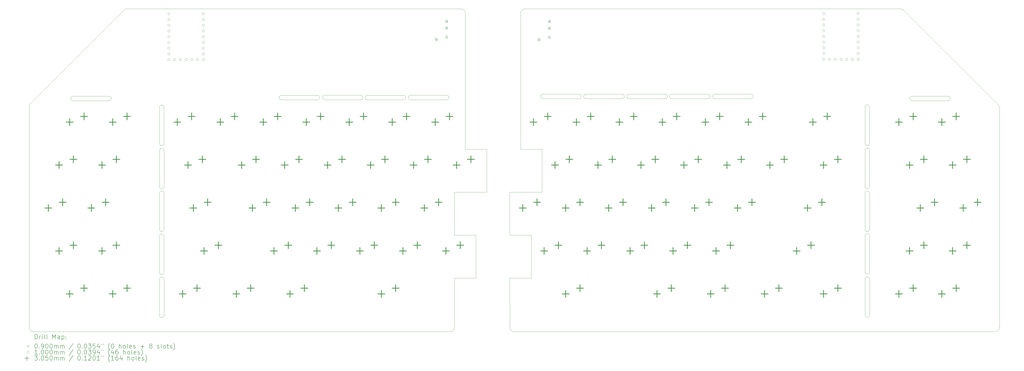
<source format=gbr>
%TF.GenerationSoftware,KiCad,Pcbnew,8.0.1*%
%TF.CreationDate,2024-04-01T00:03:29+00:00*%
%TF.ProjectId,SplitSync,53706c69-7453-4796-9e63-2e6b69636164,rev?*%
%TF.SameCoordinates,Original*%
%TF.FileFunction,Drillmap*%
%TF.FilePolarity,Positive*%
%FSLAX45Y45*%
G04 Gerber Fmt 4.5, Leading zero omitted, Abs format (unit mm)*
G04 Created by KiCad (PCBNEW 8.0.1) date 2024-04-01 00:03:29*
%MOMM*%
%LPD*%
G01*
G04 APERTURE LIST*
%ADD10C,0.100000*%
%ADD11C,0.050000*%
%ADD12C,0.200000*%
%ADD13C,0.305000*%
G04 APERTURE END LIST*
D10*
X26892584Y-24331185D02*
G75*
G02*
X26692585Y-24531505I-200004J-315D01*
G01*
X12234321Y-10265079D02*
G75*
G02*
X12375743Y-10206502I141419J-141421D01*
G01*
X27167820Y-10206500D02*
G75*
G02*
X27367820Y-10406580I0J-200000D01*
G01*
X8042900Y-14539343D02*
G75*
G02*
X8101477Y-14397920I200000J3D01*
G01*
X8242900Y-24531500D02*
G75*
G02*
X8042900Y-24331500I0J200000D01*
G01*
X29817859Y-10406459D02*
G75*
G02*
X30017859Y-10206499I200001J-41D01*
G01*
X50984321Y-14472921D02*
G75*
G02*
X51042898Y-14614343I-141421J-141419D01*
G01*
X46635057Y-10206500D02*
G75*
G02*
X46776480Y-10265077I3J-200000D01*
G01*
X29542688Y-24531500D02*
G75*
G02*
X29342690Y-24331712I2J200000D01*
G01*
X51042900Y-24331500D02*
G75*
G02*
X50842900Y-24531500I-200000J0D01*
G01*
X8242900Y-24531500D02*
X26692585Y-24531500D01*
X8042900Y-14539343D02*
X8042900Y-24331500D01*
X12234321Y-10265079D02*
X8101479Y-14397921D01*
X27167820Y-10206500D02*
X12375743Y-10206500D01*
X27365400Y-16436500D02*
X27367820Y-10406580D01*
X28317900Y-16436500D02*
X27365400Y-16436500D01*
X28317900Y-18341500D02*
X28317900Y-16436500D01*
X26889150Y-18341500D02*
X28317900Y-18341500D01*
X26889150Y-20246500D02*
X26889150Y-18341500D01*
X27841650Y-20246500D02*
X26889150Y-20246500D01*
X27841650Y-22151500D02*
X27841650Y-20246500D01*
X26889150Y-22151500D02*
X27841650Y-22151500D01*
X26892584Y-24331185D02*
X26889150Y-22151500D01*
X50842900Y-24531500D02*
X29542688Y-24531500D01*
X51042900Y-14614343D02*
X51042900Y-24331500D01*
X46776479Y-10265079D02*
X50984321Y-14472921D01*
X30017859Y-10206500D02*
X46635057Y-10206500D01*
X29816625Y-16436500D02*
X29817859Y-10406459D01*
X30769125Y-16436500D02*
X29816625Y-16436500D01*
X30769125Y-18341500D02*
X30769125Y-16436500D01*
X29340375Y-18341500D02*
X30769125Y-18341500D01*
X29340375Y-20246500D02*
X29340375Y-18341500D01*
X30292875Y-20246500D02*
X29340375Y-20246500D01*
X30292875Y-22151500D02*
X30292875Y-20246500D01*
X29340375Y-22151500D02*
X30292875Y-22151500D01*
X29342688Y-24331712D02*
X29340375Y-22151500D01*
D11*
X47064125Y-14181500D02*
X47064125Y-14181500D01*
X47164125Y-14081500D02*
X48764125Y-14081500D01*
X48764125Y-14281500D02*
X47164125Y-14281500D01*
X48864125Y-14181500D02*
X48864125Y-14181500D01*
X47064125Y-14181500D02*
G75*
G02*
X47164125Y-14081500I100000J0D01*
G01*
X47164125Y-14281500D02*
G75*
G02*
X47064125Y-14181500I0J100000D01*
G01*
X48764125Y-14081500D02*
G75*
G02*
X48864125Y-14181500I0J-100000D01*
G01*
X48864125Y-14181500D02*
G75*
G02*
X48764125Y-14281500I-100000J0D01*
G01*
X9880400Y-14181500D02*
X9880400Y-14181500D01*
X9980400Y-14081500D02*
X11580400Y-14081500D01*
X11580400Y-14281500D02*
X9980400Y-14281500D01*
X11680400Y-14181500D02*
X11680400Y-14181500D01*
X9880400Y-14181500D02*
G75*
G02*
X9980400Y-14081500I100000J0D01*
G01*
X9980400Y-14281500D02*
G75*
G02*
X9880400Y-14181500I0J100000D01*
G01*
X11580400Y-14081500D02*
G75*
G02*
X11680400Y-14181500I0J-100000D01*
G01*
X11680400Y-14181500D02*
G75*
G02*
X11580400Y-14281500I-100000J0D01*
G01*
X24630400Y-14245250D02*
X23030400Y-14245250D01*
X22930400Y-14145250D02*
X22930400Y-14145250D01*
X24730400Y-14145250D02*
X24730400Y-14145250D01*
X23030400Y-14045250D02*
X24630400Y-14045250D01*
X23030400Y-14245250D02*
G75*
G02*
X22930400Y-14145250I0J100000D01*
G01*
X22930400Y-14145250D02*
G75*
G02*
X23030400Y-14045250I100000J0D01*
G01*
X24730400Y-14145250D02*
G75*
G02*
X24630400Y-14245250I-100000J0D01*
G01*
X24630400Y-14045250D02*
G75*
G02*
X24730400Y-14145250I0J-100000D01*
G01*
X22741705Y-14241633D02*
X21141705Y-14241633D01*
X21041705Y-14141633D02*
X21041705Y-14141633D01*
X22841705Y-14141633D02*
X22841705Y-14141633D01*
X21141705Y-14041633D02*
X22741705Y-14041633D01*
X21141705Y-14241633D02*
G75*
G02*
X21041705Y-14141633I0J100000D01*
G01*
X21041705Y-14141633D02*
G75*
G02*
X21141705Y-14041633I100000J0D01*
G01*
X22841705Y-14141633D02*
G75*
G02*
X22741705Y-14241633I-100000J0D01*
G01*
X22741705Y-14041633D02*
G75*
G02*
X22841705Y-14141633I0J-100000D01*
G01*
X20822603Y-14244407D02*
X19222603Y-14244407D01*
X19122603Y-14144407D02*
X19122603Y-14144407D01*
X20922603Y-14144407D02*
X20922603Y-14144407D01*
X19222603Y-14044407D02*
X20822603Y-14044407D01*
X19222603Y-14244407D02*
G75*
G02*
X19122603Y-14144407I0J100000D01*
G01*
X19122603Y-14144407D02*
G75*
G02*
X19222603Y-14044407I100000J0D01*
G01*
X20922603Y-14144407D02*
G75*
G02*
X20822603Y-14244407I-100000J0D01*
G01*
X20822603Y-14044407D02*
G75*
G02*
X20922603Y-14144407I0J-100000D01*
G01*
X26541255Y-14242275D02*
X24941255Y-14242275D01*
X24841255Y-14142275D02*
X24841255Y-14142275D01*
X26641255Y-14142275D02*
X26641255Y-14142275D01*
X24941255Y-14042275D02*
X26541255Y-14042275D01*
X24941255Y-14242275D02*
G75*
G02*
X24841255Y-14142275I0J100000D01*
G01*
X24841255Y-14142275D02*
G75*
G02*
X24941255Y-14042275I100000J0D01*
G01*
X26641255Y-14142275D02*
G75*
G02*
X26541255Y-14242275I-100000J0D01*
G01*
X26541255Y-14042275D02*
G75*
G02*
X26641255Y-14142275I0J-100000D01*
G01*
X30805400Y-13992750D02*
X32405400Y-13992750D01*
X32505400Y-14092750D02*
X32505400Y-14092750D01*
X30705400Y-14092750D02*
X30705400Y-14092750D01*
X32405400Y-14192750D02*
X30805400Y-14192750D01*
X32405400Y-13992750D02*
G75*
G02*
X32505400Y-14092750I0J-100000D01*
G01*
X32505400Y-14092750D02*
G75*
G02*
X32405400Y-14192750I-100000J0D01*
G01*
X30705400Y-14092750D02*
G75*
G02*
X30805400Y-13992750I100000J0D01*
G01*
X30805400Y-14192750D02*
G75*
G02*
X30705400Y-14092750I0J100000D01*
G01*
X34626702Y-13988895D02*
X36226702Y-13988895D01*
X36326702Y-14088895D02*
X36326702Y-14088895D01*
X34526702Y-14088895D02*
X34526702Y-14088895D01*
X36226702Y-14188895D02*
X34626702Y-14188895D01*
X36226702Y-13988895D02*
G75*
G02*
X36326702Y-14088895I0J-100000D01*
G01*
X36326702Y-14088895D02*
G75*
G02*
X36226702Y-14188895I-100000J0D01*
G01*
X34526702Y-14088895D02*
G75*
G02*
X34626702Y-13988895I100000J0D01*
G01*
X34626702Y-14188895D02*
G75*
G02*
X34526702Y-14088895I0J100000D01*
G01*
X36515398Y-13992512D02*
X38115398Y-13992512D01*
X38215398Y-14092512D02*
X38215398Y-14092512D01*
X36415398Y-14092512D02*
X36415398Y-14092512D01*
X38115398Y-14192512D02*
X36515398Y-14192512D01*
X38115398Y-13992512D02*
G75*
G02*
X38215398Y-14092512I0J-100000D01*
G01*
X38215398Y-14092512D02*
G75*
G02*
X38115398Y-14192512I-100000J0D01*
G01*
X36415398Y-14092512D02*
G75*
G02*
X36515398Y-13992512I100000J0D01*
G01*
X36515398Y-14192512D02*
G75*
G02*
X36415398Y-14092512I0J100000D01*
G01*
X38434500Y-13989739D02*
X40034500Y-13989739D01*
X40134500Y-14089739D02*
X40134500Y-14089739D01*
X38334500Y-14089739D02*
X38334500Y-14089739D01*
X40034500Y-14189739D02*
X38434500Y-14189739D01*
X40034500Y-13989739D02*
G75*
G02*
X40134500Y-14089739I0J-100000D01*
G01*
X40134500Y-14089739D02*
G75*
G02*
X40034500Y-14189739I-100000J0D01*
G01*
X38334500Y-14089739D02*
G75*
G02*
X38434500Y-13989739I100000J0D01*
G01*
X38434500Y-14189739D02*
G75*
G02*
X38334500Y-14089739I0J100000D01*
G01*
X32715847Y-13991870D02*
X34315847Y-13991870D01*
X34415847Y-14091870D02*
X34415847Y-14091870D01*
X32615847Y-14091870D02*
X32615847Y-14091870D01*
X34315847Y-14191870D02*
X32715847Y-14191870D01*
X34315847Y-13991870D02*
G75*
G02*
X34415847Y-14091870I0J-100000D01*
G01*
X34415847Y-14091870D02*
G75*
G02*
X34315847Y-14191870I-100000J0D01*
G01*
X32615847Y-14091870D02*
G75*
G02*
X32715847Y-13991870I100000J0D01*
G01*
X32715847Y-14191870D02*
G75*
G02*
X32615847Y-14091870I0J100000D01*
G01*
X45282138Y-14568639D02*
X45282138Y-16168639D01*
X45182138Y-16268639D02*
X45182138Y-16268639D01*
X45182138Y-14468639D02*
X45182138Y-14468639D01*
X45082138Y-16168639D02*
X45082138Y-14568639D01*
X45282138Y-16168639D02*
G75*
G02*
X45182138Y-16268639I-100000J0D01*
G01*
X45182138Y-16268639D02*
G75*
G02*
X45082138Y-16168639I0J100000D01*
G01*
X45182138Y-14468639D02*
G75*
G02*
X45282138Y-14568639I0J-100000D01*
G01*
X45082138Y-14568639D02*
G75*
G02*
X45182138Y-14468639I100000J0D01*
G01*
X45285992Y-18389942D02*
X45285992Y-19989942D01*
X45185992Y-20089942D02*
X45185992Y-20089942D01*
X45185992Y-18289942D02*
X45185992Y-18289942D01*
X45085992Y-19989942D02*
X45085992Y-18389942D01*
X45285992Y-19989942D02*
G75*
G02*
X45185992Y-20089942I-100000J0D01*
G01*
X45185992Y-20089942D02*
G75*
G02*
X45085992Y-19989942I0J100000D01*
G01*
X45185992Y-18289942D02*
G75*
G02*
X45285992Y-18389942I0J-100000D01*
G01*
X45085992Y-18389942D02*
G75*
G02*
X45185992Y-18289942I100000J0D01*
G01*
X45282376Y-20278637D02*
X45282376Y-21878637D01*
X45182376Y-21978637D02*
X45182376Y-21978637D01*
X45182376Y-20178637D02*
X45182376Y-20178637D01*
X45082376Y-21878637D02*
X45082376Y-20278637D01*
X45282376Y-21878637D02*
G75*
G02*
X45182376Y-21978637I-100000J0D01*
G01*
X45182376Y-21978637D02*
G75*
G02*
X45082376Y-21878637I0J100000D01*
G01*
X45182376Y-20178637D02*
G75*
G02*
X45282376Y-20278637I0J-100000D01*
G01*
X45082376Y-20278637D02*
G75*
G02*
X45182376Y-20178637I100000J0D01*
G01*
X45285149Y-22197739D02*
X45285149Y-23797739D01*
X45185149Y-23897739D02*
X45185149Y-23897739D01*
X45185149Y-22097739D02*
X45185149Y-22097739D01*
X45085149Y-23797739D02*
X45085149Y-22197739D01*
X45285149Y-23797739D02*
G75*
G02*
X45185149Y-23897739I-100000J0D01*
G01*
X45185149Y-23897739D02*
G75*
G02*
X45085149Y-23797739I0J100000D01*
G01*
X45185149Y-22097739D02*
G75*
G02*
X45285149Y-22197739I0J-100000D01*
G01*
X45085149Y-22197739D02*
G75*
G02*
X45185149Y-22097739I100000J0D01*
G01*
X45283018Y-16479086D02*
X45283018Y-18079086D01*
X45183018Y-18179086D02*
X45183018Y-18179086D01*
X45183018Y-16379086D02*
X45183018Y-16379086D01*
X45083018Y-18079086D02*
X45083018Y-16479086D01*
X45283018Y-18079086D02*
G75*
G02*
X45183018Y-18179086I-100000J0D01*
G01*
X45183018Y-18179086D02*
G75*
G02*
X45083018Y-18079086I0J100000D01*
G01*
X45183018Y-16379086D02*
G75*
G02*
X45283018Y-16479086I0J-100000D01*
G01*
X45083018Y-16479086D02*
G75*
G02*
X45183018Y-16379086I100000J0D01*
G01*
X13813639Y-16177400D02*
X13813639Y-14577400D01*
X13913639Y-14477400D02*
X13913639Y-14477400D01*
X13913639Y-16277400D02*
X13913639Y-16277400D01*
X14013639Y-14577400D02*
X14013639Y-16177400D01*
X13813639Y-14577400D02*
G75*
G02*
X13913639Y-14477400I100000J0D01*
G01*
X13913639Y-14477400D02*
G75*
G02*
X14013639Y-14577400I0J-100000D01*
G01*
X13913639Y-16277400D02*
G75*
G02*
X13813639Y-16177400I0J100000D01*
G01*
X14013639Y-16177400D02*
G75*
G02*
X13913639Y-16277400I-100000J0D01*
G01*
X13816412Y-18096503D02*
X13816412Y-16496502D01*
X13916412Y-16396502D02*
X13916412Y-16396502D01*
X13916412Y-18196503D02*
X13916412Y-18196503D01*
X14016412Y-16496502D02*
X14016412Y-18096503D01*
X13816412Y-16496502D02*
G75*
G02*
X13916412Y-16396502I100000J0D01*
G01*
X13916412Y-16396502D02*
G75*
G02*
X14016412Y-16496502I0J-100000D01*
G01*
X13916412Y-18196503D02*
G75*
G02*
X13816412Y-18096503I0J100000D01*
G01*
X14016412Y-18096503D02*
G75*
G02*
X13916412Y-18196503I-100000J0D01*
G01*
X13812795Y-19985198D02*
X13812795Y-18385198D01*
X13912795Y-18285198D02*
X13912795Y-18285198D01*
X13912795Y-20085198D02*
X13912795Y-20085198D01*
X14012795Y-18385198D02*
X14012795Y-19985198D01*
X13812795Y-18385198D02*
G75*
G02*
X13912795Y-18285198I100000J0D01*
G01*
X13912795Y-18285198D02*
G75*
G02*
X14012795Y-18385198I0J-100000D01*
G01*
X13912795Y-20085198D02*
G75*
G02*
X13812795Y-19985198I0J100000D01*
G01*
X14012795Y-19985198D02*
G75*
G02*
X13912795Y-20085198I-100000J0D01*
G01*
X13816650Y-23806500D02*
X13816650Y-22206500D01*
X13916650Y-22106500D02*
X13916650Y-22106500D01*
X13916650Y-23906500D02*
X13916650Y-23906500D01*
X14016650Y-22206500D02*
X14016650Y-23806500D01*
X13816650Y-22206500D02*
G75*
G02*
X13916650Y-22106500I100000J0D01*
G01*
X13916650Y-22106500D02*
G75*
G02*
X14016650Y-22206500I0J-100000D01*
G01*
X13916650Y-23906500D02*
G75*
G02*
X13816650Y-23806500I0J100000D01*
G01*
X14016650Y-23806500D02*
G75*
G02*
X13916650Y-23906500I-100000J0D01*
G01*
X13815770Y-21896053D02*
X13815770Y-20296053D01*
X13915770Y-20196053D02*
X13915770Y-20196053D01*
X13915770Y-21996053D02*
X13915770Y-21996053D01*
X14015770Y-20296053D02*
X14015770Y-21896053D01*
X13815770Y-20296053D02*
G75*
G02*
X13915770Y-20196053I100000J0D01*
G01*
X13915770Y-20196053D02*
G75*
G02*
X14015770Y-20296053I0J-100000D01*
G01*
X13915770Y-21996053D02*
G75*
G02*
X13815770Y-21896053I0J100000D01*
G01*
X14015770Y-21896053D02*
G75*
G02*
X13915770Y-21996053I-100000J0D01*
G01*
D12*
D10*
X26036745Y-11521500D02*
X26126745Y-11611500D01*
X26126745Y-11521500D02*
X26036745Y-11611500D01*
X26036745Y-11546500D02*
X26036745Y-11586500D01*
X26126745Y-11586500D02*
G75*
G02*
X26036745Y-11586500I-45000J0D01*
G01*
X26126745Y-11586500D02*
X26126745Y-11546500D01*
X26126745Y-11546500D02*
G75*
G03*
X26036745Y-11546500I-45000J0D01*
G01*
X26496745Y-10711500D02*
X26586745Y-10801500D01*
X26586745Y-10711500D02*
X26496745Y-10801500D01*
X26496745Y-10736500D02*
X26496745Y-10776500D01*
X26586745Y-10776500D02*
G75*
G02*
X26496745Y-10776500I-45000J0D01*
G01*
X26586745Y-10776500D02*
X26586745Y-10736500D01*
X26586745Y-10736500D02*
G75*
G03*
X26496745Y-10736500I-45000J0D01*
G01*
X26496745Y-11011500D02*
X26586745Y-11101500D01*
X26586745Y-11011500D02*
X26496745Y-11101500D01*
X26496745Y-11036500D02*
X26496745Y-11076500D01*
X26586745Y-11076500D02*
G75*
G02*
X26496745Y-11076500I-45000J0D01*
G01*
X26586745Y-11076500D02*
X26586745Y-11036500D01*
X26586745Y-11036500D02*
G75*
G03*
X26496745Y-11036500I-45000J0D01*
G01*
X26496745Y-11411500D02*
X26586745Y-11501500D01*
X26586745Y-11411500D02*
X26496745Y-11501500D01*
X26496745Y-11436500D02*
X26496745Y-11476500D01*
X26586745Y-11476500D02*
G75*
G02*
X26496745Y-11476500I-45000J0D01*
G01*
X26586745Y-11476500D02*
X26586745Y-11436500D01*
X26586745Y-11436500D02*
G75*
G03*
X26496745Y-11436500I-45000J0D01*
G01*
X30592694Y-11530250D02*
X30682694Y-11620250D01*
X30682694Y-11530250D02*
X30592694Y-11620250D01*
X30592694Y-11555250D02*
X30592694Y-11595250D01*
X30682694Y-11595250D02*
G75*
G02*
X30592694Y-11595250I-45000J0D01*
G01*
X30682694Y-11595250D02*
X30682694Y-11555250D01*
X30682694Y-11555250D02*
G75*
G03*
X30592694Y-11555250I-45000J0D01*
G01*
X31052694Y-10720250D02*
X31142694Y-10810250D01*
X31142694Y-10720250D02*
X31052694Y-10810250D01*
X31052694Y-10745250D02*
X31052694Y-10785250D01*
X31142694Y-10785250D02*
G75*
G02*
X31052694Y-10785250I-45000J0D01*
G01*
X31142694Y-10785250D02*
X31142694Y-10745250D01*
X31142694Y-10745250D02*
G75*
G03*
X31052694Y-10745250I-45000J0D01*
G01*
X31052694Y-11020250D02*
X31142694Y-11110250D01*
X31142694Y-11020250D02*
X31052694Y-11110250D01*
X31052694Y-11045250D02*
X31052694Y-11085250D01*
X31142694Y-11085250D02*
G75*
G02*
X31052694Y-11085250I-45000J0D01*
G01*
X31142694Y-11085250D02*
X31142694Y-11045250D01*
X31142694Y-11045250D02*
G75*
G03*
X31052694Y-11045250I-45000J0D01*
G01*
X31052694Y-11420250D02*
X31142694Y-11510250D01*
X31142694Y-11420250D02*
X31052694Y-11510250D01*
X31052694Y-11445250D02*
X31052694Y-11485250D01*
X31142694Y-11485250D02*
G75*
G02*
X31052694Y-11485250I-45000J0D01*
G01*
X31142694Y-11485250D02*
X31142694Y-11445250D01*
X31142694Y-11445250D02*
G75*
G03*
X31052694Y-11445250I-45000J0D01*
G01*
X14280900Y-10429107D02*
G75*
G02*
X14180900Y-10429107I-50000J0D01*
G01*
X14180900Y-10429107D02*
G75*
G02*
X14280900Y-10429107I50000J0D01*
G01*
X14280900Y-10683107D02*
G75*
G02*
X14180900Y-10683107I-50000J0D01*
G01*
X14180900Y-10683107D02*
G75*
G02*
X14280900Y-10683107I50000J0D01*
G01*
X14280900Y-10937107D02*
G75*
G02*
X14180900Y-10937107I-50000J0D01*
G01*
X14180900Y-10937107D02*
G75*
G02*
X14280900Y-10937107I50000J0D01*
G01*
X14280900Y-11191107D02*
G75*
G02*
X14180900Y-11191107I-50000J0D01*
G01*
X14180900Y-11191107D02*
G75*
G02*
X14280900Y-11191107I50000J0D01*
G01*
X14280900Y-11445107D02*
G75*
G02*
X14180900Y-11445107I-50000J0D01*
G01*
X14180900Y-11445107D02*
G75*
G02*
X14280900Y-11445107I50000J0D01*
G01*
X14280900Y-11699107D02*
G75*
G02*
X14180900Y-11699107I-50000J0D01*
G01*
X14180900Y-11699107D02*
G75*
G02*
X14280900Y-11699107I50000J0D01*
G01*
X14280900Y-11953107D02*
G75*
G02*
X14180900Y-11953107I-50000J0D01*
G01*
X14180900Y-11953107D02*
G75*
G02*
X14280900Y-11953107I50000J0D01*
G01*
X14280900Y-12207107D02*
G75*
G02*
X14180900Y-12207107I-50000J0D01*
G01*
X14180900Y-12207107D02*
G75*
G02*
X14280900Y-12207107I50000J0D01*
G01*
X14280900Y-12461107D02*
G75*
G02*
X14180900Y-12461107I-50000J0D01*
G01*
X14180900Y-12461107D02*
G75*
G02*
X14280900Y-12461107I50000J0D01*
G01*
X14534900Y-12461107D02*
G75*
G02*
X14434900Y-12461107I-50000J0D01*
G01*
X14434900Y-12461107D02*
G75*
G02*
X14534900Y-12461107I50000J0D01*
G01*
X14788900Y-12461107D02*
G75*
G02*
X14688900Y-12461107I-50000J0D01*
G01*
X14688900Y-12461107D02*
G75*
G02*
X14788900Y-12461107I50000J0D01*
G01*
X15042900Y-12461107D02*
G75*
G02*
X14942900Y-12461107I-50000J0D01*
G01*
X14942900Y-12461107D02*
G75*
G02*
X15042900Y-12461107I50000J0D01*
G01*
X15296900Y-12461107D02*
G75*
G02*
X15196900Y-12461107I-50000J0D01*
G01*
X15196900Y-12461107D02*
G75*
G02*
X15296900Y-12461107I50000J0D01*
G01*
X15550900Y-12461107D02*
G75*
G02*
X15450900Y-12461107I-50000J0D01*
G01*
X15450900Y-12461107D02*
G75*
G02*
X15550900Y-12461107I50000J0D01*
G01*
X15804900Y-10429107D02*
G75*
G02*
X15704900Y-10429107I-50000J0D01*
G01*
X15704900Y-10429107D02*
G75*
G02*
X15804900Y-10429107I50000J0D01*
G01*
X15804900Y-10683107D02*
G75*
G02*
X15704900Y-10683107I-50000J0D01*
G01*
X15704900Y-10683107D02*
G75*
G02*
X15804900Y-10683107I50000J0D01*
G01*
X15804900Y-10937107D02*
G75*
G02*
X15704900Y-10937107I-50000J0D01*
G01*
X15704900Y-10937107D02*
G75*
G02*
X15804900Y-10937107I50000J0D01*
G01*
X15804900Y-11191107D02*
G75*
G02*
X15704900Y-11191107I-50000J0D01*
G01*
X15704900Y-11191107D02*
G75*
G02*
X15804900Y-11191107I50000J0D01*
G01*
X15804900Y-11445107D02*
G75*
G02*
X15704900Y-11445107I-50000J0D01*
G01*
X15704900Y-11445107D02*
G75*
G02*
X15804900Y-11445107I50000J0D01*
G01*
X15804900Y-11699107D02*
G75*
G02*
X15704900Y-11699107I-50000J0D01*
G01*
X15704900Y-11699107D02*
G75*
G02*
X15804900Y-11699107I50000J0D01*
G01*
X15804900Y-11953107D02*
G75*
G02*
X15704900Y-11953107I-50000J0D01*
G01*
X15704900Y-11953107D02*
G75*
G02*
X15804900Y-11953107I50000J0D01*
G01*
X15804900Y-12207107D02*
G75*
G02*
X15704900Y-12207107I-50000J0D01*
G01*
X15704900Y-12207107D02*
G75*
G02*
X15804900Y-12207107I50000J0D01*
G01*
X15804900Y-12461107D02*
G75*
G02*
X15704900Y-12461107I-50000J0D01*
G01*
X15704900Y-12461107D02*
G75*
G02*
X15804900Y-12461107I50000J0D01*
G01*
X43303270Y-10413107D02*
G75*
G02*
X43203270Y-10413107I-50000J0D01*
G01*
X43203270Y-10413107D02*
G75*
G02*
X43303270Y-10413107I50000J0D01*
G01*
X43303270Y-10667107D02*
G75*
G02*
X43203270Y-10667107I-50000J0D01*
G01*
X43203270Y-10667107D02*
G75*
G02*
X43303270Y-10667107I50000J0D01*
G01*
X43303270Y-10921107D02*
G75*
G02*
X43203270Y-10921107I-50000J0D01*
G01*
X43203270Y-10921107D02*
G75*
G02*
X43303270Y-10921107I50000J0D01*
G01*
X43303270Y-11175107D02*
G75*
G02*
X43203270Y-11175107I-50000J0D01*
G01*
X43203270Y-11175107D02*
G75*
G02*
X43303270Y-11175107I50000J0D01*
G01*
X43303270Y-11429107D02*
G75*
G02*
X43203270Y-11429107I-50000J0D01*
G01*
X43203270Y-11429107D02*
G75*
G02*
X43303270Y-11429107I50000J0D01*
G01*
X43303270Y-11683107D02*
G75*
G02*
X43203270Y-11683107I-50000J0D01*
G01*
X43203270Y-11683107D02*
G75*
G02*
X43303270Y-11683107I50000J0D01*
G01*
X43303270Y-11937107D02*
G75*
G02*
X43203270Y-11937107I-50000J0D01*
G01*
X43203270Y-11937107D02*
G75*
G02*
X43303270Y-11937107I50000J0D01*
G01*
X43303270Y-12191107D02*
G75*
G02*
X43203270Y-12191107I-50000J0D01*
G01*
X43203270Y-12191107D02*
G75*
G02*
X43303270Y-12191107I50000J0D01*
G01*
X43303270Y-12445107D02*
G75*
G02*
X43203270Y-12445107I-50000J0D01*
G01*
X43203270Y-12445107D02*
G75*
G02*
X43303270Y-12445107I50000J0D01*
G01*
X43557270Y-12445107D02*
G75*
G02*
X43457270Y-12445107I-50000J0D01*
G01*
X43457270Y-12445107D02*
G75*
G02*
X43557270Y-12445107I50000J0D01*
G01*
X43811270Y-12445107D02*
G75*
G02*
X43711270Y-12445107I-50000J0D01*
G01*
X43711270Y-12445107D02*
G75*
G02*
X43811270Y-12445107I50000J0D01*
G01*
X44065270Y-12445107D02*
G75*
G02*
X43965270Y-12445107I-50000J0D01*
G01*
X43965270Y-12445107D02*
G75*
G02*
X44065270Y-12445107I50000J0D01*
G01*
X44319270Y-12445107D02*
G75*
G02*
X44219270Y-12445107I-50000J0D01*
G01*
X44219270Y-12445107D02*
G75*
G02*
X44319270Y-12445107I50000J0D01*
G01*
X44573270Y-12445107D02*
G75*
G02*
X44473270Y-12445107I-50000J0D01*
G01*
X44473270Y-12445107D02*
G75*
G02*
X44573270Y-12445107I50000J0D01*
G01*
X44827270Y-10413107D02*
G75*
G02*
X44727270Y-10413107I-50000J0D01*
G01*
X44727270Y-10413107D02*
G75*
G02*
X44827270Y-10413107I50000J0D01*
G01*
X44827270Y-10667107D02*
G75*
G02*
X44727270Y-10667107I-50000J0D01*
G01*
X44727270Y-10667107D02*
G75*
G02*
X44827270Y-10667107I50000J0D01*
G01*
X44827270Y-10921107D02*
G75*
G02*
X44727270Y-10921107I-50000J0D01*
G01*
X44727270Y-10921107D02*
G75*
G02*
X44827270Y-10921107I50000J0D01*
G01*
X44827270Y-11175107D02*
G75*
G02*
X44727270Y-11175107I-50000J0D01*
G01*
X44727270Y-11175107D02*
G75*
G02*
X44827270Y-11175107I50000J0D01*
G01*
X44827270Y-11429107D02*
G75*
G02*
X44727270Y-11429107I-50000J0D01*
G01*
X44727270Y-11429107D02*
G75*
G02*
X44827270Y-11429107I50000J0D01*
G01*
X44827270Y-11683107D02*
G75*
G02*
X44727270Y-11683107I-50000J0D01*
G01*
X44727270Y-11683107D02*
G75*
G02*
X44827270Y-11683107I50000J0D01*
G01*
X44827270Y-11937107D02*
G75*
G02*
X44727270Y-11937107I-50000J0D01*
G01*
X44727270Y-11937107D02*
G75*
G02*
X44827270Y-11937107I50000J0D01*
G01*
X44827270Y-12191107D02*
G75*
G02*
X44727270Y-12191107I-50000J0D01*
G01*
X44727270Y-12191107D02*
G75*
G02*
X44827270Y-12191107I50000J0D01*
G01*
X44827270Y-12445107D02*
G75*
G02*
X44727270Y-12445107I-50000J0D01*
G01*
X44727270Y-12445107D02*
G75*
G02*
X44827270Y-12445107I50000J0D01*
G01*
D13*
X8886900Y-18887500D02*
X8886900Y-19192500D01*
X8734400Y-19040000D02*
X9039400Y-19040000D01*
X9363150Y-16982500D02*
X9363150Y-17287500D01*
X9210650Y-17135000D02*
X9515650Y-17135000D01*
X9363150Y-20792500D02*
X9363150Y-21097500D01*
X9210650Y-20945000D02*
X9515650Y-20945000D01*
X9521900Y-18633500D02*
X9521900Y-18938500D01*
X9369400Y-18786000D02*
X9674400Y-18786000D01*
X9839400Y-15077500D02*
X9839400Y-15382500D01*
X9686900Y-15230000D02*
X9991900Y-15230000D01*
X9839400Y-22697500D02*
X9839400Y-23002500D01*
X9686900Y-22850000D02*
X9991900Y-22850000D01*
X9998150Y-16728500D02*
X9998150Y-17033500D01*
X9845650Y-16881000D02*
X10150650Y-16881000D01*
X9998150Y-20538500D02*
X9998150Y-20843500D01*
X9845650Y-20691000D02*
X10150650Y-20691000D01*
X10474400Y-14823500D02*
X10474400Y-15128500D01*
X10321900Y-14976000D02*
X10626900Y-14976000D01*
X10474400Y-22443500D02*
X10474400Y-22748500D01*
X10321900Y-22596000D02*
X10626900Y-22596000D01*
X10791900Y-18887500D02*
X10791900Y-19192500D01*
X10639400Y-19040000D02*
X10944400Y-19040000D01*
X11268150Y-16982500D02*
X11268150Y-17287500D01*
X11115650Y-17135000D02*
X11420650Y-17135000D01*
X11268150Y-20792500D02*
X11268150Y-21097500D01*
X11115650Y-20945000D02*
X11420650Y-20945000D01*
X11426900Y-18633500D02*
X11426900Y-18938500D01*
X11274400Y-18786000D02*
X11579400Y-18786000D01*
X11744400Y-15077500D02*
X11744400Y-15382500D01*
X11591900Y-15230000D02*
X11896900Y-15230000D01*
X11744400Y-22697500D02*
X11744400Y-23002500D01*
X11591900Y-22850000D02*
X11896900Y-22850000D01*
X11903150Y-16728500D02*
X11903150Y-17033500D01*
X11750650Y-16881000D02*
X12055650Y-16881000D01*
X11903150Y-20538500D02*
X11903150Y-20843500D01*
X11750650Y-20691000D02*
X12055650Y-20691000D01*
X12379400Y-14823500D02*
X12379400Y-15128500D01*
X12226900Y-14976000D02*
X12531900Y-14976000D01*
X12379400Y-22443500D02*
X12379400Y-22748500D01*
X12226900Y-22596000D02*
X12531900Y-22596000D01*
X14601900Y-15077500D02*
X14601900Y-15382500D01*
X14449400Y-15230000D02*
X14754400Y-15230000D01*
X14840025Y-22697500D02*
X14840025Y-23002500D01*
X14687525Y-22850000D02*
X14992525Y-22850000D01*
X15078150Y-16982500D02*
X15078150Y-17287500D01*
X14925650Y-17135000D02*
X15230650Y-17135000D01*
X15236900Y-14823500D02*
X15236900Y-15128500D01*
X15084400Y-14976000D02*
X15389400Y-14976000D01*
X15316275Y-18887500D02*
X15316275Y-19192500D01*
X15163775Y-19040000D02*
X15468775Y-19040000D01*
X15475025Y-22443500D02*
X15475025Y-22748500D01*
X15322525Y-22596000D02*
X15627525Y-22596000D01*
X15713150Y-16728500D02*
X15713150Y-17033500D01*
X15560650Y-16881000D02*
X15865650Y-16881000D01*
X15792525Y-20792500D02*
X15792525Y-21097500D01*
X15640025Y-20945000D02*
X15945025Y-20945000D01*
X15951275Y-18633500D02*
X15951275Y-18938500D01*
X15798775Y-18786000D02*
X16103775Y-18786000D01*
X16427525Y-20538500D02*
X16427525Y-20843500D01*
X16275025Y-20691000D02*
X16580025Y-20691000D01*
X16506900Y-15077500D02*
X16506900Y-15382500D01*
X16354400Y-15230000D02*
X16659400Y-15230000D01*
X17141900Y-14823500D02*
X17141900Y-15128500D01*
X16989400Y-14976000D02*
X17294400Y-14976000D01*
X17221275Y-22697500D02*
X17221275Y-23002500D01*
X17068775Y-22850000D02*
X17373775Y-22850000D01*
X17459400Y-16982500D02*
X17459400Y-17287500D01*
X17306900Y-17135000D02*
X17611900Y-17135000D01*
X17856275Y-22443500D02*
X17856275Y-22748500D01*
X17703775Y-22596000D02*
X18008775Y-22596000D01*
X17935650Y-18887500D02*
X17935650Y-19192500D01*
X17783150Y-19040000D02*
X18088150Y-19040000D01*
X18094400Y-16728500D02*
X18094400Y-17033500D01*
X17941900Y-16881000D02*
X18246900Y-16881000D01*
X18411900Y-15077500D02*
X18411900Y-15382500D01*
X18259400Y-15230000D02*
X18564400Y-15230000D01*
X18570650Y-18633500D02*
X18570650Y-18938500D01*
X18418150Y-18786000D02*
X18723150Y-18786000D01*
X18888150Y-20792500D02*
X18888150Y-21097500D01*
X18735650Y-20945000D02*
X19040650Y-20945000D01*
X19046900Y-14823500D02*
X19046900Y-15128500D01*
X18894400Y-14976000D02*
X19199400Y-14976000D01*
X19364400Y-16982500D02*
X19364400Y-17287500D01*
X19211900Y-17135000D02*
X19516900Y-17135000D01*
X19523150Y-20538500D02*
X19523150Y-20843500D01*
X19370650Y-20691000D02*
X19675650Y-20691000D01*
X19602525Y-22697500D02*
X19602525Y-23002500D01*
X19450025Y-22850000D02*
X19755025Y-22850000D01*
X19840650Y-18887500D02*
X19840650Y-19192500D01*
X19688150Y-19040000D02*
X19993150Y-19040000D01*
X19999400Y-16728500D02*
X19999400Y-17033500D01*
X19846900Y-16881000D02*
X20151900Y-16881000D01*
X20237525Y-22443500D02*
X20237525Y-22748500D01*
X20085025Y-22596000D02*
X20390025Y-22596000D01*
X20316900Y-15077500D02*
X20316900Y-15382500D01*
X20164400Y-15230000D02*
X20469400Y-15230000D01*
X20475650Y-18633500D02*
X20475650Y-18938500D01*
X20323150Y-18786000D02*
X20628150Y-18786000D01*
X20793150Y-20792500D02*
X20793150Y-21097500D01*
X20640650Y-20945000D02*
X20945650Y-20945000D01*
X20951900Y-14823500D02*
X20951900Y-15128500D01*
X20799400Y-14976000D02*
X21104400Y-14976000D01*
X21269400Y-16982500D02*
X21269400Y-17287500D01*
X21116900Y-17135000D02*
X21421900Y-17135000D01*
X21428150Y-20538500D02*
X21428150Y-20843500D01*
X21275650Y-20691000D02*
X21580650Y-20691000D01*
X21745650Y-18887500D02*
X21745650Y-19192500D01*
X21593150Y-19040000D02*
X21898150Y-19040000D01*
X21904400Y-16728500D02*
X21904400Y-17033500D01*
X21751900Y-16881000D02*
X22056900Y-16881000D01*
X22221900Y-15077500D02*
X22221900Y-15382500D01*
X22069400Y-15230000D02*
X22374400Y-15230000D01*
X22380650Y-18633500D02*
X22380650Y-18938500D01*
X22228150Y-18786000D02*
X22533150Y-18786000D01*
X22698150Y-20792500D02*
X22698150Y-21097500D01*
X22545650Y-20945000D02*
X22850650Y-20945000D01*
X22856900Y-14823500D02*
X22856900Y-15128500D01*
X22704400Y-14976000D02*
X23009400Y-14976000D01*
X23174400Y-16982500D02*
X23174400Y-17287500D01*
X23021900Y-17135000D02*
X23326900Y-17135000D01*
X23333150Y-20538500D02*
X23333150Y-20843500D01*
X23180650Y-20691000D02*
X23485650Y-20691000D01*
X23650650Y-18887500D02*
X23650650Y-19192500D01*
X23498150Y-19040000D02*
X23803150Y-19040000D01*
X23650650Y-22697500D02*
X23650650Y-23002500D01*
X23498150Y-22850000D02*
X23803150Y-22850000D01*
X23809400Y-16728500D02*
X23809400Y-17033500D01*
X23656900Y-16881000D02*
X23961900Y-16881000D01*
X24126900Y-15077500D02*
X24126900Y-15382500D01*
X23974400Y-15230000D02*
X24279400Y-15230000D01*
X24285650Y-18633500D02*
X24285650Y-18938500D01*
X24133150Y-18786000D02*
X24438150Y-18786000D01*
X24285650Y-22443500D02*
X24285650Y-22748500D01*
X24133150Y-22596000D02*
X24438150Y-22596000D01*
X24603150Y-20792500D02*
X24603150Y-21097500D01*
X24450650Y-20945000D02*
X24755650Y-20945000D01*
X24761900Y-14823500D02*
X24761900Y-15128500D01*
X24609400Y-14976000D02*
X24914400Y-14976000D01*
X25079400Y-16982500D02*
X25079400Y-17287500D01*
X24926900Y-17135000D02*
X25231900Y-17135000D01*
X25238150Y-20538500D02*
X25238150Y-20843500D01*
X25085650Y-20691000D02*
X25390650Y-20691000D01*
X25555650Y-18887500D02*
X25555650Y-19192500D01*
X25403150Y-19040000D02*
X25708150Y-19040000D01*
X25714400Y-16728500D02*
X25714400Y-17033500D01*
X25561900Y-16881000D02*
X25866900Y-16881000D01*
X26031900Y-15077500D02*
X26031900Y-15382500D01*
X25879400Y-15230000D02*
X26184400Y-15230000D01*
X26190650Y-18633500D02*
X26190650Y-18938500D01*
X26038150Y-18786000D02*
X26343150Y-18786000D01*
X26508150Y-20792500D02*
X26508150Y-21097500D01*
X26355650Y-20945000D02*
X26660650Y-20945000D01*
X26666900Y-14823500D02*
X26666900Y-15128500D01*
X26514400Y-14976000D02*
X26819400Y-14976000D01*
X26984400Y-16982500D02*
X26984400Y-17287500D01*
X26831900Y-17135000D02*
X27136900Y-17135000D01*
X27143150Y-20538500D02*
X27143150Y-20843500D01*
X26990650Y-20691000D02*
X27295650Y-20691000D01*
X27619400Y-16728500D02*
X27619400Y-17033500D01*
X27466900Y-16881000D02*
X27771900Y-16881000D01*
X29911875Y-18887500D02*
X29911875Y-19192500D01*
X29759375Y-19040000D02*
X30064375Y-19040000D01*
X30388125Y-15077500D02*
X30388125Y-15382500D01*
X30235625Y-15230000D02*
X30540625Y-15230000D01*
X30546875Y-18633500D02*
X30546875Y-18938500D01*
X30394375Y-18786000D02*
X30699375Y-18786000D01*
X30864375Y-20792500D02*
X30864375Y-21097500D01*
X30711875Y-20945000D02*
X31016875Y-20945000D01*
X31023125Y-14823500D02*
X31023125Y-15128500D01*
X30870625Y-14976000D02*
X31175625Y-14976000D01*
X31340625Y-16982500D02*
X31340625Y-17287500D01*
X31188125Y-17135000D02*
X31493125Y-17135000D01*
X31499375Y-20538500D02*
X31499375Y-20843500D01*
X31346875Y-20691000D02*
X31651875Y-20691000D01*
X31816875Y-18887500D02*
X31816875Y-19192500D01*
X31664375Y-19040000D02*
X31969375Y-19040000D01*
X31816875Y-22697500D02*
X31816875Y-23002500D01*
X31664375Y-22850000D02*
X31969375Y-22850000D01*
X31975625Y-16728500D02*
X31975625Y-17033500D01*
X31823125Y-16881000D02*
X32128125Y-16881000D01*
X32293125Y-15077500D02*
X32293125Y-15382500D01*
X32140625Y-15230000D02*
X32445625Y-15230000D01*
X32451875Y-18633500D02*
X32451875Y-18938500D01*
X32299375Y-18786000D02*
X32604375Y-18786000D01*
X32451875Y-22443500D02*
X32451875Y-22748500D01*
X32299375Y-22596000D02*
X32604375Y-22596000D01*
X32769375Y-20792500D02*
X32769375Y-21097500D01*
X32616875Y-20945000D02*
X32921875Y-20945000D01*
X32928125Y-14823500D02*
X32928125Y-15128500D01*
X32775625Y-14976000D02*
X33080625Y-14976000D01*
X33245625Y-16982500D02*
X33245625Y-17287500D01*
X33093125Y-17135000D02*
X33398125Y-17135000D01*
X33404375Y-20538500D02*
X33404375Y-20843500D01*
X33251875Y-20691000D02*
X33556875Y-20691000D01*
X33721875Y-18887500D02*
X33721875Y-19192500D01*
X33569375Y-19040000D02*
X33874375Y-19040000D01*
X33880625Y-16728500D02*
X33880625Y-17033500D01*
X33728125Y-16881000D02*
X34033125Y-16881000D01*
X34198125Y-15077500D02*
X34198125Y-15382500D01*
X34045625Y-15230000D02*
X34350625Y-15230000D01*
X34356875Y-18633500D02*
X34356875Y-18938500D01*
X34204375Y-18786000D02*
X34509375Y-18786000D01*
X34674375Y-20792500D02*
X34674375Y-21097500D01*
X34521875Y-20945000D02*
X34826875Y-20945000D01*
X34833125Y-14823500D02*
X34833125Y-15128500D01*
X34680625Y-14976000D02*
X34985625Y-14976000D01*
X35150625Y-16982500D02*
X35150625Y-17287500D01*
X34998125Y-17135000D02*
X35303125Y-17135000D01*
X35309375Y-20538500D02*
X35309375Y-20843500D01*
X35156875Y-20691000D02*
X35461875Y-20691000D01*
X35626875Y-18887500D02*
X35626875Y-19192500D01*
X35474375Y-19040000D02*
X35779375Y-19040000D01*
X35785625Y-16728500D02*
X35785625Y-17033500D01*
X35633125Y-16881000D02*
X35938125Y-16881000D01*
X35865000Y-22697500D02*
X35865000Y-23002500D01*
X35712500Y-22850000D02*
X36017500Y-22850000D01*
X36103125Y-15077500D02*
X36103125Y-15382500D01*
X35950625Y-15230000D02*
X36255625Y-15230000D01*
X36261875Y-18633500D02*
X36261875Y-18938500D01*
X36109375Y-18786000D02*
X36414375Y-18786000D01*
X36500000Y-22443500D02*
X36500000Y-22748500D01*
X36347500Y-22596000D02*
X36652500Y-22596000D01*
X36579375Y-20792500D02*
X36579375Y-21097500D01*
X36426875Y-20945000D02*
X36731875Y-20945000D01*
X36738125Y-14823500D02*
X36738125Y-15128500D01*
X36585625Y-14976000D02*
X36890625Y-14976000D01*
X37055625Y-16982500D02*
X37055625Y-17287500D01*
X36903125Y-17135000D02*
X37208125Y-17135000D01*
X37214375Y-20538500D02*
X37214375Y-20843500D01*
X37061875Y-20691000D02*
X37366875Y-20691000D01*
X37531875Y-18887500D02*
X37531875Y-19192500D01*
X37379375Y-19040000D02*
X37684375Y-19040000D01*
X37690625Y-16728500D02*
X37690625Y-17033500D01*
X37538125Y-16881000D02*
X37843125Y-16881000D01*
X38008125Y-15077500D02*
X38008125Y-15382500D01*
X37855625Y-15230000D02*
X38160625Y-15230000D01*
X38166875Y-18633500D02*
X38166875Y-18938500D01*
X38014375Y-18786000D02*
X38319375Y-18786000D01*
X38246250Y-22697500D02*
X38246250Y-23002500D01*
X38093750Y-22850000D02*
X38398750Y-22850000D01*
X38484375Y-20792500D02*
X38484375Y-21097500D01*
X38331875Y-20945000D02*
X38636875Y-20945000D01*
X38643125Y-14823500D02*
X38643125Y-15128500D01*
X38490625Y-14976000D02*
X38795625Y-14976000D01*
X38881250Y-22443500D02*
X38881250Y-22748500D01*
X38728750Y-22596000D02*
X39033750Y-22596000D01*
X38960625Y-16982500D02*
X38960625Y-17287500D01*
X38808125Y-17135000D02*
X39113125Y-17135000D01*
X39119375Y-20538500D02*
X39119375Y-20843500D01*
X38966875Y-20691000D02*
X39271875Y-20691000D01*
X39436875Y-18887500D02*
X39436875Y-19192500D01*
X39284375Y-19040000D02*
X39589375Y-19040000D01*
X39595625Y-16728500D02*
X39595625Y-17033500D01*
X39443125Y-16881000D02*
X39748125Y-16881000D01*
X39913125Y-15077500D02*
X39913125Y-15382500D01*
X39760625Y-15230000D02*
X40065625Y-15230000D01*
X40071875Y-18633500D02*
X40071875Y-18938500D01*
X39919375Y-18786000D02*
X40224375Y-18786000D01*
X40548125Y-14823500D02*
X40548125Y-15128500D01*
X40395625Y-14976000D02*
X40700625Y-14976000D01*
X40627500Y-22697500D02*
X40627500Y-23002500D01*
X40475000Y-22850000D02*
X40780000Y-22850000D01*
X40865625Y-16982500D02*
X40865625Y-17287500D01*
X40713125Y-17135000D02*
X41018125Y-17135000D01*
X41262500Y-22443500D02*
X41262500Y-22748500D01*
X41110000Y-22596000D02*
X41415000Y-22596000D01*
X41500625Y-16728500D02*
X41500625Y-17033500D01*
X41348125Y-16881000D02*
X41653125Y-16881000D01*
X42056250Y-20792500D02*
X42056250Y-21097500D01*
X41903750Y-20945000D02*
X42208750Y-20945000D01*
X42532500Y-18887500D02*
X42532500Y-19192500D01*
X42380000Y-19040000D02*
X42685000Y-19040000D01*
X42691250Y-20538500D02*
X42691250Y-20843500D01*
X42538750Y-20691000D02*
X42843750Y-20691000D01*
X42770625Y-15077500D02*
X42770625Y-15382500D01*
X42618125Y-15230000D02*
X42923125Y-15230000D01*
X43167500Y-18633500D02*
X43167500Y-18938500D01*
X43015000Y-18786000D02*
X43320000Y-18786000D01*
X43246875Y-16982500D02*
X43246875Y-17287500D01*
X43094375Y-17135000D02*
X43399375Y-17135000D01*
X43246875Y-22697500D02*
X43246875Y-23002500D01*
X43094375Y-22850000D02*
X43399375Y-22850000D01*
X43405625Y-14823500D02*
X43405625Y-15128500D01*
X43253125Y-14976000D02*
X43558125Y-14976000D01*
X43881875Y-16728500D02*
X43881875Y-17033500D01*
X43729375Y-16881000D02*
X44034375Y-16881000D01*
X43881875Y-22443500D02*
X43881875Y-22748500D01*
X43729375Y-22596000D02*
X44034375Y-22596000D01*
X46580625Y-15077500D02*
X46580625Y-15382500D01*
X46428125Y-15230000D02*
X46733125Y-15230000D01*
X46580625Y-22697500D02*
X46580625Y-23002500D01*
X46428125Y-22850000D02*
X46733125Y-22850000D01*
X47056875Y-16982500D02*
X47056875Y-17287500D01*
X46904375Y-17135000D02*
X47209375Y-17135000D01*
X47056875Y-20792500D02*
X47056875Y-21097500D01*
X46904375Y-20945000D02*
X47209375Y-20945000D01*
X47215625Y-14823500D02*
X47215625Y-15128500D01*
X47063125Y-14976000D02*
X47368125Y-14976000D01*
X47215625Y-22443500D02*
X47215625Y-22748500D01*
X47063125Y-22596000D02*
X47368125Y-22596000D01*
X47533125Y-18887500D02*
X47533125Y-19192500D01*
X47380625Y-19040000D02*
X47685625Y-19040000D01*
X47691875Y-16728500D02*
X47691875Y-17033500D01*
X47539375Y-16881000D02*
X47844375Y-16881000D01*
X47691875Y-20538500D02*
X47691875Y-20843500D01*
X47539375Y-20691000D02*
X47844375Y-20691000D01*
X48168125Y-18633500D02*
X48168125Y-18938500D01*
X48015625Y-18786000D02*
X48320625Y-18786000D01*
X48485625Y-15077500D02*
X48485625Y-15382500D01*
X48333125Y-15230000D02*
X48638125Y-15230000D01*
X48485625Y-22697500D02*
X48485625Y-23002500D01*
X48333125Y-22850000D02*
X48638125Y-22850000D01*
X48961875Y-16982500D02*
X48961875Y-17287500D01*
X48809375Y-17135000D02*
X49114375Y-17135000D01*
X48961875Y-20792500D02*
X48961875Y-21097500D01*
X48809375Y-20945000D02*
X49114375Y-20945000D01*
X49120625Y-14823500D02*
X49120625Y-15128500D01*
X48968125Y-14976000D02*
X49273125Y-14976000D01*
X49120625Y-22443500D02*
X49120625Y-22748500D01*
X48968125Y-22596000D02*
X49273125Y-22596000D01*
X49438125Y-18887500D02*
X49438125Y-19192500D01*
X49285625Y-19040000D02*
X49590625Y-19040000D01*
X49596875Y-16728500D02*
X49596875Y-17033500D01*
X49444375Y-16881000D02*
X49749375Y-16881000D01*
X49596875Y-20538500D02*
X49596875Y-20843500D01*
X49444375Y-20691000D02*
X49749375Y-20691000D01*
X50073125Y-18633500D02*
X50073125Y-18938500D01*
X49920625Y-18786000D02*
X50225625Y-18786000D01*
D12*
X8298677Y-24847984D02*
X8298677Y-24647984D01*
X8298677Y-24647984D02*
X8346296Y-24647984D01*
X8346296Y-24647984D02*
X8374867Y-24657508D01*
X8374867Y-24657508D02*
X8393915Y-24676555D01*
X8393915Y-24676555D02*
X8403439Y-24695603D01*
X8403439Y-24695603D02*
X8412963Y-24733698D01*
X8412963Y-24733698D02*
X8412963Y-24762269D01*
X8412963Y-24762269D02*
X8403439Y-24800365D01*
X8403439Y-24800365D02*
X8393915Y-24819412D01*
X8393915Y-24819412D02*
X8374867Y-24838460D01*
X8374867Y-24838460D02*
X8346296Y-24847984D01*
X8346296Y-24847984D02*
X8298677Y-24847984D01*
X8498677Y-24847984D02*
X8498677Y-24714650D01*
X8498677Y-24752746D02*
X8508201Y-24733698D01*
X8508201Y-24733698D02*
X8517724Y-24724174D01*
X8517724Y-24724174D02*
X8536772Y-24714650D01*
X8536772Y-24714650D02*
X8555820Y-24714650D01*
X8622486Y-24847984D02*
X8622486Y-24714650D01*
X8622486Y-24647984D02*
X8612963Y-24657508D01*
X8612963Y-24657508D02*
X8622486Y-24667031D01*
X8622486Y-24667031D02*
X8632010Y-24657508D01*
X8632010Y-24657508D02*
X8622486Y-24647984D01*
X8622486Y-24647984D02*
X8622486Y-24667031D01*
X8746296Y-24847984D02*
X8727248Y-24838460D01*
X8727248Y-24838460D02*
X8717724Y-24819412D01*
X8717724Y-24819412D02*
X8717724Y-24647984D01*
X8851058Y-24847984D02*
X8832010Y-24838460D01*
X8832010Y-24838460D02*
X8822486Y-24819412D01*
X8822486Y-24819412D02*
X8822486Y-24647984D01*
X9079629Y-24847984D02*
X9079629Y-24647984D01*
X9079629Y-24647984D02*
X9146296Y-24790841D01*
X9146296Y-24790841D02*
X9212963Y-24647984D01*
X9212963Y-24647984D02*
X9212963Y-24847984D01*
X9393915Y-24847984D02*
X9393915Y-24743222D01*
X9393915Y-24743222D02*
X9384391Y-24724174D01*
X9384391Y-24724174D02*
X9365344Y-24714650D01*
X9365344Y-24714650D02*
X9327248Y-24714650D01*
X9327248Y-24714650D02*
X9308201Y-24724174D01*
X9393915Y-24838460D02*
X9374867Y-24847984D01*
X9374867Y-24847984D02*
X9327248Y-24847984D01*
X9327248Y-24847984D02*
X9308201Y-24838460D01*
X9308201Y-24838460D02*
X9298677Y-24819412D01*
X9298677Y-24819412D02*
X9298677Y-24800365D01*
X9298677Y-24800365D02*
X9308201Y-24781317D01*
X9308201Y-24781317D02*
X9327248Y-24771793D01*
X9327248Y-24771793D02*
X9374867Y-24771793D01*
X9374867Y-24771793D02*
X9393915Y-24762269D01*
X9489153Y-24714650D02*
X9489153Y-24914650D01*
X9489153Y-24724174D02*
X9508201Y-24714650D01*
X9508201Y-24714650D02*
X9546296Y-24714650D01*
X9546296Y-24714650D02*
X9565344Y-24724174D01*
X9565344Y-24724174D02*
X9574867Y-24733698D01*
X9574867Y-24733698D02*
X9584391Y-24752746D01*
X9584391Y-24752746D02*
X9584391Y-24809888D01*
X9584391Y-24809888D02*
X9574867Y-24828936D01*
X9574867Y-24828936D02*
X9565344Y-24838460D01*
X9565344Y-24838460D02*
X9546296Y-24847984D01*
X9546296Y-24847984D02*
X9508201Y-24847984D01*
X9508201Y-24847984D02*
X9489153Y-24838460D01*
X9670105Y-24828936D02*
X9679629Y-24838460D01*
X9679629Y-24838460D02*
X9670105Y-24847984D01*
X9670105Y-24847984D02*
X9660582Y-24838460D01*
X9660582Y-24838460D02*
X9670105Y-24828936D01*
X9670105Y-24828936D02*
X9670105Y-24847984D01*
X9670105Y-24724174D02*
X9679629Y-24733698D01*
X9679629Y-24733698D02*
X9670105Y-24743222D01*
X9670105Y-24743222D02*
X9660582Y-24733698D01*
X9660582Y-24733698D02*
X9670105Y-24724174D01*
X9670105Y-24724174D02*
X9670105Y-24743222D01*
D10*
X7947900Y-25131500D02*
X8037900Y-25221500D01*
X8037900Y-25131500D02*
X7947900Y-25221500D01*
D12*
X8336772Y-25067984D02*
X8355820Y-25067984D01*
X8355820Y-25067984D02*
X8374867Y-25077508D01*
X8374867Y-25077508D02*
X8384391Y-25087031D01*
X8384391Y-25087031D02*
X8393915Y-25106079D01*
X8393915Y-25106079D02*
X8403439Y-25144174D01*
X8403439Y-25144174D02*
X8403439Y-25191793D01*
X8403439Y-25191793D02*
X8393915Y-25229888D01*
X8393915Y-25229888D02*
X8384391Y-25248936D01*
X8384391Y-25248936D02*
X8374867Y-25258460D01*
X8374867Y-25258460D02*
X8355820Y-25267984D01*
X8355820Y-25267984D02*
X8336772Y-25267984D01*
X8336772Y-25267984D02*
X8317724Y-25258460D01*
X8317724Y-25258460D02*
X8308201Y-25248936D01*
X8308201Y-25248936D02*
X8298677Y-25229888D01*
X8298677Y-25229888D02*
X8289153Y-25191793D01*
X8289153Y-25191793D02*
X8289153Y-25144174D01*
X8289153Y-25144174D02*
X8298677Y-25106079D01*
X8298677Y-25106079D02*
X8308201Y-25087031D01*
X8308201Y-25087031D02*
X8317724Y-25077508D01*
X8317724Y-25077508D02*
X8336772Y-25067984D01*
X8489153Y-25248936D02*
X8498677Y-25258460D01*
X8498677Y-25258460D02*
X8489153Y-25267984D01*
X8489153Y-25267984D02*
X8479629Y-25258460D01*
X8479629Y-25258460D02*
X8489153Y-25248936D01*
X8489153Y-25248936D02*
X8489153Y-25267984D01*
X8593915Y-25267984D02*
X8632010Y-25267984D01*
X8632010Y-25267984D02*
X8651058Y-25258460D01*
X8651058Y-25258460D02*
X8660582Y-25248936D01*
X8660582Y-25248936D02*
X8679629Y-25220365D01*
X8679629Y-25220365D02*
X8689153Y-25182269D01*
X8689153Y-25182269D02*
X8689153Y-25106079D01*
X8689153Y-25106079D02*
X8679629Y-25087031D01*
X8679629Y-25087031D02*
X8670105Y-25077508D01*
X8670105Y-25077508D02*
X8651058Y-25067984D01*
X8651058Y-25067984D02*
X8612963Y-25067984D01*
X8612963Y-25067984D02*
X8593915Y-25077508D01*
X8593915Y-25077508D02*
X8584391Y-25087031D01*
X8584391Y-25087031D02*
X8574867Y-25106079D01*
X8574867Y-25106079D02*
X8574867Y-25153698D01*
X8574867Y-25153698D02*
X8584391Y-25172746D01*
X8584391Y-25172746D02*
X8593915Y-25182269D01*
X8593915Y-25182269D02*
X8612963Y-25191793D01*
X8612963Y-25191793D02*
X8651058Y-25191793D01*
X8651058Y-25191793D02*
X8670105Y-25182269D01*
X8670105Y-25182269D02*
X8679629Y-25172746D01*
X8679629Y-25172746D02*
X8689153Y-25153698D01*
X8812963Y-25067984D02*
X8832010Y-25067984D01*
X8832010Y-25067984D02*
X8851058Y-25077508D01*
X8851058Y-25077508D02*
X8860582Y-25087031D01*
X8860582Y-25087031D02*
X8870105Y-25106079D01*
X8870105Y-25106079D02*
X8879629Y-25144174D01*
X8879629Y-25144174D02*
X8879629Y-25191793D01*
X8879629Y-25191793D02*
X8870105Y-25229888D01*
X8870105Y-25229888D02*
X8860582Y-25248936D01*
X8860582Y-25248936D02*
X8851058Y-25258460D01*
X8851058Y-25258460D02*
X8832010Y-25267984D01*
X8832010Y-25267984D02*
X8812963Y-25267984D01*
X8812963Y-25267984D02*
X8793915Y-25258460D01*
X8793915Y-25258460D02*
X8784391Y-25248936D01*
X8784391Y-25248936D02*
X8774867Y-25229888D01*
X8774867Y-25229888D02*
X8765344Y-25191793D01*
X8765344Y-25191793D02*
X8765344Y-25144174D01*
X8765344Y-25144174D02*
X8774867Y-25106079D01*
X8774867Y-25106079D02*
X8784391Y-25087031D01*
X8784391Y-25087031D02*
X8793915Y-25077508D01*
X8793915Y-25077508D02*
X8812963Y-25067984D01*
X9003439Y-25067984D02*
X9022486Y-25067984D01*
X9022486Y-25067984D02*
X9041534Y-25077508D01*
X9041534Y-25077508D02*
X9051058Y-25087031D01*
X9051058Y-25087031D02*
X9060582Y-25106079D01*
X9060582Y-25106079D02*
X9070105Y-25144174D01*
X9070105Y-25144174D02*
X9070105Y-25191793D01*
X9070105Y-25191793D02*
X9060582Y-25229888D01*
X9060582Y-25229888D02*
X9051058Y-25248936D01*
X9051058Y-25248936D02*
X9041534Y-25258460D01*
X9041534Y-25258460D02*
X9022486Y-25267984D01*
X9022486Y-25267984D02*
X9003439Y-25267984D01*
X9003439Y-25267984D02*
X8984391Y-25258460D01*
X8984391Y-25258460D02*
X8974867Y-25248936D01*
X8974867Y-25248936D02*
X8965344Y-25229888D01*
X8965344Y-25229888D02*
X8955820Y-25191793D01*
X8955820Y-25191793D02*
X8955820Y-25144174D01*
X8955820Y-25144174D02*
X8965344Y-25106079D01*
X8965344Y-25106079D02*
X8974867Y-25087031D01*
X8974867Y-25087031D02*
X8984391Y-25077508D01*
X8984391Y-25077508D02*
X9003439Y-25067984D01*
X9155820Y-25267984D02*
X9155820Y-25134650D01*
X9155820Y-25153698D02*
X9165344Y-25144174D01*
X9165344Y-25144174D02*
X9184391Y-25134650D01*
X9184391Y-25134650D02*
X9212963Y-25134650D01*
X9212963Y-25134650D02*
X9232010Y-25144174D01*
X9232010Y-25144174D02*
X9241534Y-25163222D01*
X9241534Y-25163222D02*
X9241534Y-25267984D01*
X9241534Y-25163222D02*
X9251058Y-25144174D01*
X9251058Y-25144174D02*
X9270105Y-25134650D01*
X9270105Y-25134650D02*
X9298677Y-25134650D01*
X9298677Y-25134650D02*
X9317725Y-25144174D01*
X9317725Y-25144174D02*
X9327248Y-25163222D01*
X9327248Y-25163222D02*
X9327248Y-25267984D01*
X9422486Y-25267984D02*
X9422486Y-25134650D01*
X9422486Y-25153698D02*
X9432010Y-25144174D01*
X9432010Y-25144174D02*
X9451058Y-25134650D01*
X9451058Y-25134650D02*
X9479629Y-25134650D01*
X9479629Y-25134650D02*
X9498677Y-25144174D01*
X9498677Y-25144174D02*
X9508201Y-25163222D01*
X9508201Y-25163222D02*
X9508201Y-25267984D01*
X9508201Y-25163222D02*
X9517725Y-25144174D01*
X9517725Y-25144174D02*
X9536772Y-25134650D01*
X9536772Y-25134650D02*
X9565344Y-25134650D01*
X9565344Y-25134650D02*
X9584391Y-25144174D01*
X9584391Y-25144174D02*
X9593915Y-25163222D01*
X9593915Y-25163222D02*
X9593915Y-25267984D01*
X9984391Y-25058460D02*
X9812963Y-25315603D01*
X10241534Y-25067984D02*
X10260582Y-25067984D01*
X10260582Y-25067984D02*
X10279629Y-25077508D01*
X10279629Y-25077508D02*
X10289153Y-25087031D01*
X10289153Y-25087031D02*
X10298677Y-25106079D01*
X10298677Y-25106079D02*
X10308201Y-25144174D01*
X10308201Y-25144174D02*
X10308201Y-25191793D01*
X10308201Y-25191793D02*
X10298677Y-25229888D01*
X10298677Y-25229888D02*
X10289153Y-25248936D01*
X10289153Y-25248936D02*
X10279629Y-25258460D01*
X10279629Y-25258460D02*
X10260582Y-25267984D01*
X10260582Y-25267984D02*
X10241534Y-25267984D01*
X10241534Y-25267984D02*
X10222487Y-25258460D01*
X10222487Y-25258460D02*
X10212963Y-25248936D01*
X10212963Y-25248936D02*
X10203439Y-25229888D01*
X10203439Y-25229888D02*
X10193915Y-25191793D01*
X10193915Y-25191793D02*
X10193915Y-25144174D01*
X10193915Y-25144174D02*
X10203439Y-25106079D01*
X10203439Y-25106079D02*
X10212963Y-25087031D01*
X10212963Y-25087031D02*
X10222487Y-25077508D01*
X10222487Y-25077508D02*
X10241534Y-25067984D01*
X10393915Y-25248936D02*
X10403439Y-25258460D01*
X10403439Y-25258460D02*
X10393915Y-25267984D01*
X10393915Y-25267984D02*
X10384391Y-25258460D01*
X10384391Y-25258460D02*
X10393915Y-25248936D01*
X10393915Y-25248936D02*
X10393915Y-25267984D01*
X10527248Y-25067984D02*
X10546296Y-25067984D01*
X10546296Y-25067984D02*
X10565344Y-25077508D01*
X10565344Y-25077508D02*
X10574868Y-25087031D01*
X10574868Y-25087031D02*
X10584391Y-25106079D01*
X10584391Y-25106079D02*
X10593915Y-25144174D01*
X10593915Y-25144174D02*
X10593915Y-25191793D01*
X10593915Y-25191793D02*
X10584391Y-25229888D01*
X10584391Y-25229888D02*
X10574868Y-25248936D01*
X10574868Y-25248936D02*
X10565344Y-25258460D01*
X10565344Y-25258460D02*
X10546296Y-25267984D01*
X10546296Y-25267984D02*
X10527248Y-25267984D01*
X10527248Y-25267984D02*
X10508201Y-25258460D01*
X10508201Y-25258460D02*
X10498677Y-25248936D01*
X10498677Y-25248936D02*
X10489153Y-25229888D01*
X10489153Y-25229888D02*
X10479629Y-25191793D01*
X10479629Y-25191793D02*
X10479629Y-25144174D01*
X10479629Y-25144174D02*
X10489153Y-25106079D01*
X10489153Y-25106079D02*
X10498677Y-25087031D01*
X10498677Y-25087031D02*
X10508201Y-25077508D01*
X10508201Y-25077508D02*
X10527248Y-25067984D01*
X10660582Y-25067984D02*
X10784391Y-25067984D01*
X10784391Y-25067984D02*
X10717725Y-25144174D01*
X10717725Y-25144174D02*
X10746296Y-25144174D01*
X10746296Y-25144174D02*
X10765344Y-25153698D01*
X10765344Y-25153698D02*
X10774868Y-25163222D01*
X10774868Y-25163222D02*
X10784391Y-25182269D01*
X10784391Y-25182269D02*
X10784391Y-25229888D01*
X10784391Y-25229888D02*
X10774868Y-25248936D01*
X10774868Y-25248936D02*
X10765344Y-25258460D01*
X10765344Y-25258460D02*
X10746296Y-25267984D01*
X10746296Y-25267984D02*
X10689153Y-25267984D01*
X10689153Y-25267984D02*
X10670106Y-25258460D01*
X10670106Y-25258460D02*
X10660582Y-25248936D01*
X10965344Y-25067984D02*
X10870106Y-25067984D01*
X10870106Y-25067984D02*
X10860582Y-25163222D01*
X10860582Y-25163222D02*
X10870106Y-25153698D01*
X10870106Y-25153698D02*
X10889153Y-25144174D01*
X10889153Y-25144174D02*
X10936772Y-25144174D01*
X10936772Y-25144174D02*
X10955820Y-25153698D01*
X10955820Y-25153698D02*
X10965344Y-25163222D01*
X10965344Y-25163222D02*
X10974868Y-25182269D01*
X10974868Y-25182269D02*
X10974868Y-25229888D01*
X10974868Y-25229888D02*
X10965344Y-25248936D01*
X10965344Y-25248936D02*
X10955820Y-25258460D01*
X10955820Y-25258460D02*
X10936772Y-25267984D01*
X10936772Y-25267984D02*
X10889153Y-25267984D01*
X10889153Y-25267984D02*
X10870106Y-25258460D01*
X10870106Y-25258460D02*
X10860582Y-25248936D01*
X11146296Y-25134650D02*
X11146296Y-25267984D01*
X11098677Y-25058460D02*
X11051058Y-25201317D01*
X11051058Y-25201317D02*
X11174868Y-25201317D01*
X11241534Y-25067984D02*
X11241534Y-25106079D01*
X11317725Y-25067984D02*
X11317725Y-25106079D01*
X11612963Y-25344174D02*
X11603439Y-25334650D01*
X11603439Y-25334650D02*
X11584391Y-25306079D01*
X11584391Y-25306079D02*
X11574868Y-25287031D01*
X11574868Y-25287031D02*
X11565344Y-25258460D01*
X11565344Y-25258460D02*
X11555820Y-25210841D01*
X11555820Y-25210841D02*
X11555820Y-25172746D01*
X11555820Y-25172746D02*
X11565344Y-25125127D01*
X11565344Y-25125127D02*
X11574868Y-25096555D01*
X11574868Y-25096555D02*
X11584391Y-25077508D01*
X11584391Y-25077508D02*
X11603439Y-25048936D01*
X11603439Y-25048936D02*
X11612963Y-25039412D01*
X11727248Y-25067984D02*
X11746296Y-25067984D01*
X11746296Y-25067984D02*
X11765344Y-25077508D01*
X11765344Y-25077508D02*
X11774868Y-25087031D01*
X11774868Y-25087031D02*
X11784391Y-25106079D01*
X11784391Y-25106079D02*
X11793915Y-25144174D01*
X11793915Y-25144174D02*
X11793915Y-25191793D01*
X11793915Y-25191793D02*
X11784391Y-25229888D01*
X11784391Y-25229888D02*
X11774868Y-25248936D01*
X11774868Y-25248936D02*
X11765344Y-25258460D01*
X11765344Y-25258460D02*
X11746296Y-25267984D01*
X11746296Y-25267984D02*
X11727248Y-25267984D01*
X11727248Y-25267984D02*
X11708201Y-25258460D01*
X11708201Y-25258460D02*
X11698677Y-25248936D01*
X11698677Y-25248936D02*
X11689153Y-25229888D01*
X11689153Y-25229888D02*
X11679629Y-25191793D01*
X11679629Y-25191793D02*
X11679629Y-25144174D01*
X11679629Y-25144174D02*
X11689153Y-25106079D01*
X11689153Y-25106079D02*
X11698677Y-25087031D01*
X11698677Y-25087031D02*
X11708201Y-25077508D01*
X11708201Y-25077508D02*
X11727248Y-25067984D01*
X12032010Y-25267984D02*
X12032010Y-25067984D01*
X12117725Y-25267984D02*
X12117725Y-25163222D01*
X12117725Y-25163222D02*
X12108201Y-25144174D01*
X12108201Y-25144174D02*
X12089153Y-25134650D01*
X12089153Y-25134650D02*
X12060582Y-25134650D01*
X12060582Y-25134650D02*
X12041534Y-25144174D01*
X12041534Y-25144174D02*
X12032010Y-25153698D01*
X12241534Y-25267984D02*
X12222487Y-25258460D01*
X12222487Y-25258460D02*
X12212963Y-25248936D01*
X12212963Y-25248936D02*
X12203439Y-25229888D01*
X12203439Y-25229888D02*
X12203439Y-25172746D01*
X12203439Y-25172746D02*
X12212963Y-25153698D01*
X12212963Y-25153698D02*
X12222487Y-25144174D01*
X12222487Y-25144174D02*
X12241534Y-25134650D01*
X12241534Y-25134650D02*
X12270106Y-25134650D01*
X12270106Y-25134650D02*
X12289153Y-25144174D01*
X12289153Y-25144174D02*
X12298677Y-25153698D01*
X12298677Y-25153698D02*
X12308201Y-25172746D01*
X12308201Y-25172746D02*
X12308201Y-25229888D01*
X12308201Y-25229888D02*
X12298677Y-25248936D01*
X12298677Y-25248936D02*
X12289153Y-25258460D01*
X12289153Y-25258460D02*
X12270106Y-25267984D01*
X12270106Y-25267984D02*
X12241534Y-25267984D01*
X12422487Y-25267984D02*
X12403439Y-25258460D01*
X12403439Y-25258460D02*
X12393915Y-25239412D01*
X12393915Y-25239412D02*
X12393915Y-25067984D01*
X12574868Y-25258460D02*
X12555820Y-25267984D01*
X12555820Y-25267984D02*
X12517725Y-25267984D01*
X12517725Y-25267984D02*
X12498677Y-25258460D01*
X12498677Y-25258460D02*
X12489153Y-25239412D01*
X12489153Y-25239412D02*
X12489153Y-25163222D01*
X12489153Y-25163222D02*
X12498677Y-25144174D01*
X12498677Y-25144174D02*
X12517725Y-25134650D01*
X12517725Y-25134650D02*
X12555820Y-25134650D01*
X12555820Y-25134650D02*
X12574868Y-25144174D01*
X12574868Y-25144174D02*
X12584391Y-25163222D01*
X12584391Y-25163222D02*
X12584391Y-25182269D01*
X12584391Y-25182269D02*
X12489153Y-25201317D01*
X12660582Y-25258460D02*
X12679630Y-25267984D01*
X12679630Y-25267984D02*
X12717725Y-25267984D01*
X12717725Y-25267984D02*
X12736772Y-25258460D01*
X12736772Y-25258460D02*
X12746296Y-25239412D01*
X12746296Y-25239412D02*
X12746296Y-25229888D01*
X12746296Y-25229888D02*
X12736772Y-25210841D01*
X12736772Y-25210841D02*
X12717725Y-25201317D01*
X12717725Y-25201317D02*
X12689153Y-25201317D01*
X12689153Y-25201317D02*
X12670106Y-25191793D01*
X12670106Y-25191793D02*
X12660582Y-25172746D01*
X12660582Y-25172746D02*
X12660582Y-25163222D01*
X12660582Y-25163222D02*
X12670106Y-25144174D01*
X12670106Y-25144174D02*
X12689153Y-25134650D01*
X12689153Y-25134650D02*
X12717725Y-25134650D01*
X12717725Y-25134650D02*
X12736772Y-25144174D01*
X12984392Y-25191793D02*
X13136773Y-25191793D01*
X13060582Y-25267984D02*
X13060582Y-25115603D01*
X13412963Y-25153698D02*
X13393915Y-25144174D01*
X13393915Y-25144174D02*
X13384392Y-25134650D01*
X13384392Y-25134650D02*
X13374868Y-25115603D01*
X13374868Y-25115603D02*
X13374868Y-25106079D01*
X13374868Y-25106079D02*
X13384392Y-25087031D01*
X13384392Y-25087031D02*
X13393915Y-25077508D01*
X13393915Y-25077508D02*
X13412963Y-25067984D01*
X13412963Y-25067984D02*
X13451058Y-25067984D01*
X13451058Y-25067984D02*
X13470106Y-25077508D01*
X13470106Y-25077508D02*
X13479630Y-25087031D01*
X13479630Y-25087031D02*
X13489153Y-25106079D01*
X13489153Y-25106079D02*
X13489153Y-25115603D01*
X13489153Y-25115603D02*
X13479630Y-25134650D01*
X13479630Y-25134650D02*
X13470106Y-25144174D01*
X13470106Y-25144174D02*
X13451058Y-25153698D01*
X13451058Y-25153698D02*
X13412963Y-25153698D01*
X13412963Y-25153698D02*
X13393915Y-25163222D01*
X13393915Y-25163222D02*
X13384392Y-25172746D01*
X13384392Y-25172746D02*
X13374868Y-25191793D01*
X13374868Y-25191793D02*
X13374868Y-25229888D01*
X13374868Y-25229888D02*
X13384392Y-25248936D01*
X13384392Y-25248936D02*
X13393915Y-25258460D01*
X13393915Y-25258460D02*
X13412963Y-25267984D01*
X13412963Y-25267984D02*
X13451058Y-25267984D01*
X13451058Y-25267984D02*
X13470106Y-25258460D01*
X13470106Y-25258460D02*
X13479630Y-25248936D01*
X13479630Y-25248936D02*
X13489153Y-25229888D01*
X13489153Y-25229888D02*
X13489153Y-25191793D01*
X13489153Y-25191793D02*
X13479630Y-25172746D01*
X13479630Y-25172746D02*
X13470106Y-25163222D01*
X13470106Y-25163222D02*
X13451058Y-25153698D01*
X13717725Y-25258460D02*
X13736773Y-25267984D01*
X13736773Y-25267984D02*
X13774868Y-25267984D01*
X13774868Y-25267984D02*
X13793915Y-25258460D01*
X13793915Y-25258460D02*
X13803439Y-25239412D01*
X13803439Y-25239412D02*
X13803439Y-25229888D01*
X13803439Y-25229888D02*
X13793915Y-25210841D01*
X13793915Y-25210841D02*
X13774868Y-25201317D01*
X13774868Y-25201317D02*
X13746296Y-25201317D01*
X13746296Y-25201317D02*
X13727249Y-25191793D01*
X13727249Y-25191793D02*
X13717725Y-25172746D01*
X13717725Y-25172746D02*
X13717725Y-25163222D01*
X13717725Y-25163222D02*
X13727249Y-25144174D01*
X13727249Y-25144174D02*
X13746296Y-25134650D01*
X13746296Y-25134650D02*
X13774868Y-25134650D01*
X13774868Y-25134650D02*
X13793915Y-25144174D01*
X13917725Y-25267984D02*
X13898677Y-25258460D01*
X13898677Y-25258460D02*
X13889154Y-25239412D01*
X13889154Y-25239412D02*
X13889154Y-25067984D01*
X14022487Y-25267984D02*
X14003439Y-25258460D01*
X14003439Y-25258460D02*
X13993915Y-25248936D01*
X13993915Y-25248936D02*
X13984392Y-25229888D01*
X13984392Y-25229888D02*
X13984392Y-25172746D01*
X13984392Y-25172746D02*
X13993915Y-25153698D01*
X13993915Y-25153698D02*
X14003439Y-25144174D01*
X14003439Y-25144174D02*
X14022487Y-25134650D01*
X14022487Y-25134650D02*
X14051058Y-25134650D01*
X14051058Y-25134650D02*
X14070106Y-25144174D01*
X14070106Y-25144174D02*
X14079630Y-25153698D01*
X14079630Y-25153698D02*
X14089154Y-25172746D01*
X14089154Y-25172746D02*
X14089154Y-25229888D01*
X14089154Y-25229888D02*
X14079630Y-25248936D01*
X14079630Y-25248936D02*
X14070106Y-25258460D01*
X14070106Y-25258460D02*
X14051058Y-25267984D01*
X14051058Y-25267984D02*
X14022487Y-25267984D01*
X14146296Y-25134650D02*
X14222487Y-25134650D01*
X14174868Y-25067984D02*
X14174868Y-25239412D01*
X14174868Y-25239412D02*
X14184392Y-25258460D01*
X14184392Y-25258460D02*
X14203439Y-25267984D01*
X14203439Y-25267984D02*
X14222487Y-25267984D01*
X14279630Y-25258460D02*
X14298677Y-25267984D01*
X14298677Y-25267984D02*
X14336773Y-25267984D01*
X14336773Y-25267984D02*
X14355820Y-25258460D01*
X14355820Y-25258460D02*
X14365344Y-25239412D01*
X14365344Y-25239412D02*
X14365344Y-25229888D01*
X14365344Y-25229888D02*
X14355820Y-25210841D01*
X14355820Y-25210841D02*
X14336773Y-25201317D01*
X14336773Y-25201317D02*
X14308201Y-25201317D01*
X14308201Y-25201317D02*
X14289154Y-25191793D01*
X14289154Y-25191793D02*
X14279630Y-25172746D01*
X14279630Y-25172746D02*
X14279630Y-25163222D01*
X14279630Y-25163222D02*
X14289154Y-25144174D01*
X14289154Y-25144174D02*
X14308201Y-25134650D01*
X14308201Y-25134650D02*
X14336773Y-25134650D01*
X14336773Y-25134650D02*
X14355820Y-25144174D01*
X14432011Y-25344174D02*
X14441535Y-25334650D01*
X14441535Y-25334650D02*
X14460582Y-25306079D01*
X14460582Y-25306079D02*
X14470106Y-25287031D01*
X14470106Y-25287031D02*
X14479630Y-25258460D01*
X14479630Y-25258460D02*
X14489154Y-25210841D01*
X14489154Y-25210841D02*
X14489154Y-25172746D01*
X14489154Y-25172746D02*
X14479630Y-25125127D01*
X14479630Y-25125127D02*
X14470106Y-25096555D01*
X14470106Y-25096555D02*
X14460582Y-25077508D01*
X14460582Y-25077508D02*
X14441535Y-25048936D01*
X14441535Y-25048936D02*
X14432011Y-25039412D01*
D10*
X8037900Y-25440500D02*
G75*
G02*
X7937900Y-25440500I-50000J0D01*
G01*
X7937900Y-25440500D02*
G75*
G02*
X8037900Y-25440500I50000J0D01*
G01*
D12*
X8403439Y-25531984D02*
X8289153Y-25531984D01*
X8346296Y-25531984D02*
X8346296Y-25331984D01*
X8346296Y-25331984D02*
X8327248Y-25360555D01*
X8327248Y-25360555D02*
X8308201Y-25379603D01*
X8308201Y-25379603D02*
X8289153Y-25389127D01*
X8489153Y-25512936D02*
X8498677Y-25522460D01*
X8498677Y-25522460D02*
X8489153Y-25531984D01*
X8489153Y-25531984D02*
X8479629Y-25522460D01*
X8479629Y-25522460D02*
X8489153Y-25512936D01*
X8489153Y-25512936D02*
X8489153Y-25531984D01*
X8622486Y-25331984D02*
X8641534Y-25331984D01*
X8641534Y-25331984D02*
X8660582Y-25341508D01*
X8660582Y-25341508D02*
X8670105Y-25351031D01*
X8670105Y-25351031D02*
X8679629Y-25370079D01*
X8679629Y-25370079D02*
X8689153Y-25408174D01*
X8689153Y-25408174D02*
X8689153Y-25455793D01*
X8689153Y-25455793D02*
X8679629Y-25493888D01*
X8679629Y-25493888D02*
X8670105Y-25512936D01*
X8670105Y-25512936D02*
X8660582Y-25522460D01*
X8660582Y-25522460D02*
X8641534Y-25531984D01*
X8641534Y-25531984D02*
X8622486Y-25531984D01*
X8622486Y-25531984D02*
X8603439Y-25522460D01*
X8603439Y-25522460D02*
X8593915Y-25512936D01*
X8593915Y-25512936D02*
X8584391Y-25493888D01*
X8584391Y-25493888D02*
X8574867Y-25455793D01*
X8574867Y-25455793D02*
X8574867Y-25408174D01*
X8574867Y-25408174D02*
X8584391Y-25370079D01*
X8584391Y-25370079D02*
X8593915Y-25351031D01*
X8593915Y-25351031D02*
X8603439Y-25341508D01*
X8603439Y-25341508D02*
X8622486Y-25331984D01*
X8812963Y-25331984D02*
X8832010Y-25331984D01*
X8832010Y-25331984D02*
X8851058Y-25341508D01*
X8851058Y-25341508D02*
X8860582Y-25351031D01*
X8860582Y-25351031D02*
X8870105Y-25370079D01*
X8870105Y-25370079D02*
X8879629Y-25408174D01*
X8879629Y-25408174D02*
X8879629Y-25455793D01*
X8879629Y-25455793D02*
X8870105Y-25493888D01*
X8870105Y-25493888D02*
X8860582Y-25512936D01*
X8860582Y-25512936D02*
X8851058Y-25522460D01*
X8851058Y-25522460D02*
X8832010Y-25531984D01*
X8832010Y-25531984D02*
X8812963Y-25531984D01*
X8812963Y-25531984D02*
X8793915Y-25522460D01*
X8793915Y-25522460D02*
X8784391Y-25512936D01*
X8784391Y-25512936D02*
X8774867Y-25493888D01*
X8774867Y-25493888D02*
X8765344Y-25455793D01*
X8765344Y-25455793D02*
X8765344Y-25408174D01*
X8765344Y-25408174D02*
X8774867Y-25370079D01*
X8774867Y-25370079D02*
X8784391Y-25351031D01*
X8784391Y-25351031D02*
X8793915Y-25341508D01*
X8793915Y-25341508D02*
X8812963Y-25331984D01*
X9003439Y-25331984D02*
X9022486Y-25331984D01*
X9022486Y-25331984D02*
X9041534Y-25341508D01*
X9041534Y-25341508D02*
X9051058Y-25351031D01*
X9051058Y-25351031D02*
X9060582Y-25370079D01*
X9060582Y-25370079D02*
X9070105Y-25408174D01*
X9070105Y-25408174D02*
X9070105Y-25455793D01*
X9070105Y-25455793D02*
X9060582Y-25493888D01*
X9060582Y-25493888D02*
X9051058Y-25512936D01*
X9051058Y-25512936D02*
X9041534Y-25522460D01*
X9041534Y-25522460D02*
X9022486Y-25531984D01*
X9022486Y-25531984D02*
X9003439Y-25531984D01*
X9003439Y-25531984D02*
X8984391Y-25522460D01*
X8984391Y-25522460D02*
X8974867Y-25512936D01*
X8974867Y-25512936D02*
X8965344Y-25493888D01*
X8965344Y-25493888D02*
X8955820Y-25455793D01*
X8955820Y-25455793D02*
X8955820Y-25408174D01*
X8955820Y-25408174D02*
X8965344Y-25370079D01*
X8965344Y-25370079D02*
X8974867Y-25351031D01*
X8974867Y-25351031D02*
X8984391Y-25341508D01*
X8984391Y-25341508D02*
X9003439Y-25331984D01*
X9155820Y-25531984D02*
X9155820Y-25398650D01*
X9155820Y-25417698D02*
X9165344Y-25408174D01*
X9165344Y-25408174D02*
X9184391Y-25398650D01*
X9184391Y-25398650D02*
X9212963Y-25398650D01*
X9212963Y-25398650D02*
X9232010Y-25408174D01*
X9232010Y-25408174D02*
X9241534Y-25427222D01*
X9241534Y-25427222D02*
X9241534Y-25531984D01*
X9241534Y-25427222D02*
X9251058Y-25408174D01*
X9251058Y-25408174D02*
X9270105Y-25398650D01*
X9270105Y-25398650D02*
X9298677Y-25398650D01*
X9298677Y-25398650D02*
X9317725Y-25408174D01*
X9317725Y-25408174D02*
X9327248Y-25427222D01*
X9327248Y-25427222D02*
X9327248Y-25531984D01*
X9422486Y-25531984D02*
X9422486Y-25398650D01*
X9422486Y-25417698D02*
X9432010Y-25408174D01*
X9432010Y-25408174D02*
X9451058Y-25398650D01*
X9451058Y-25398650D02*
X9479629Y-25398650D01*
X9479629Y-25398650D02*
X9498677Y-25408174D01*
X9498677Y-25408174D02*
X9508201Y-25427222D01*
X9508201Y-25427222D02*
X9508201Y-25531984D01*
X9508201Y-25427222D02*
X9517725Y-25408174D01*
X9517725Y-25408174D02*
X9536772Y-25398650D01*
X9536772Y-25398650D02*
X9565344Y-25398650D01*
X9565344Y-25398650D02*
X9584391Y-25408174D01*
X9584391Y-25408174D02*
X9593915Y-25427222D01*
X9593915Y-25427222D02*
X9593915Y-25531984D01*
X9984391Y-25322460D02*
X9812963Y-25579603D01*
X10241534Y-25331984D02*
X10260582Y-25331984D01*
X10260582Y-25331984D02*
X10279629Y-25341508D01*
X10279629Y-25341508D02*
X10289153Y-25351031D01*
X10289153Y-25351031D02*
X10298677Y-25370079D01*
X10298677Y-25370079D02*
X10308201Y-25408174D01*
X10308201Y-25408174D02*
X10308201Y-25455793D01*
X10308201Y-25455793D02*
X10298677Y-25493888D01*
X10298677Y-25493888D02*
X10289153Y-25512936D01*
X10289153Y-25512936D02*
X10279629Y-25522460D01*
X10279629Y-25522460D02*
X10260582Y-25531984D01*
X10260582Y-25531984D02*
X10241534Y-25531984D01*
X10241534Y-25531984D02*
X10222487Y-25522460D01*
X10222487Y-25522460D02*
X10212963Y-25512936D01*
X10212963Y-25512936D02*
X10203439Y-25493888D01*
X10203439Y-25493888D02*
X10193915Y-25455793D01*
X10193915Y-25455793D02*
X10193915Y-25408174D01*
X10193915Y-25408174D02*
X10203439Y-25370079D01*
X10203439Y-25370079D02*
X10212963Y-25351031D01*
X10212963Y-25351031D02*
X10222487Y-25341508D01*
X10222487Y-25341508D02*
X10241534Y-25331984D01*
X10393915Y-25512936D02*
X10403439Y-25522460D01*
X10403439Y-25522460D02*
X10393915Y-25531984D01*
X10393915Y-25531984D02*
X10384391Y-25522460D01*
X10384391Y-25522460D02*
X10393915Y-25512936D01*
X10393915Y-25512936D02*
X10393915Y-25531984D01*
X10527248Y-25331984D02*
X10546296Y-25331984D01*
X10546296Y-25331984D02*
X10565344Y-25341508D01*
X10565344Y-25341508D02*
X10574868Y-25351031D01*
X10574868Y-25351031D02*
X10584391Y-25370079D01*
X10584391Y-25370079D02*
X10593915Y-25408174D01*
X10593915Y-25408174D02*
X10593915Y-25455793D01*
X10593915Y-25455793D02*
X10584391Y-25493888D01*
X10584391Y-25493888D02*
X10574868Y-25512936D01*
X10574868Y-25512936D02*
X10565344Y-25522460D01*
X10565344Y-25522460D02*
X10546296Y-25531984D01*
X10546296Y-25531984D02*
X10527248Y-25531984D01*
X10527248Y-25531984D02*
X10508201Y-25522460D01*
X10508201Y-25522460D02*
X10498677Y-25512936D01*
X10498677Y-25512936D02*
X10489153Y-25493888D01*
X10489153Y-25493888D02*
X10479629Y-25455793D01*
X10479629Y-25455793D02*
X10479629Y-25408174D01*
X10479629Y-25408174D02*
X10489153Y-25370079D01*
X10489153Y-25370079D02*
X10498677Y-25351031D01*
X10498677Y-25351031D02*
X10508201Y-25341508D01*
X10508201Y-25341508D02*
X10527248Y-25331984D01*
X10660582Y-25331984D02*
X10784391Y-25331984D01*
X10784391Y-25331984D02*
X10717725Y-25408174D01*
X10717725Y-25408174D02*
X10746296Y-25408174D01*
X10746296Y-25408174D02*
X10765344Y-25417698D01*
X10765344Y-25417698D02*
X10774868Y-25427222D01*
X10774868Y-25427222D02*
X10784391Y-25446269D01*
X10784391Y-25446269D02*
X10784391Y-25493888D01*
X10784391Y-25493888D02*
X10774868Y-25512936D01*
X10774868Y-25512936D02*
X10765344Y-25522460D01*
X10765344Y-25522460D02*
X10746296Y-25531984D01*
X10746296Y-25531984D02*
X10689153Y-25531984D01*
X10689153Y-25531984D02*
X10670106Y-25522460D01*
X10670106Y-25522460D02*
X10660582Y-25512936D01*
X10879629Y-25531984D02*
X10917725Y-25531984D01*
X10917725Y-25531984D02*
X10936772Y-25522460D01*
X10936772Y-25522460D02*
X10946296Y-25512936D01*
X10946296Y-25512936D02*
X10965344Y-25484365D01*
X10965344Y-25484365D02*
X10974868Y-25446269D01*
X10974868Y-25446269D02*
X10974868Y-25370079D01*
X10974868Y-25370079D02*
X10965344Y-25351031D01*
X10965344Y-25351031D02*
X10955820Y-25341508D01*
X10955820Y-25341508D02*
X10936772Y-25331984D01*
X10936772Y-25331984D02*
X10898677Y-25331984D01*
X10898677Y-25331984D02*
X10879629Y-25341508D01*
X10879629Y-25341508D02*
X10870106Y-25351031D01*
X10870106Y-25351031D02*
X10860582Y-25370079D01*
X10860582Y-25370079D02*
X10860582Y-25417698D01*
X10860582Y-25417698D02*
X10870106Y-25436746D01*
X10870106Y-25436746D02*
X10879629Y-25446269D01*
X10879629Y-25446269D02*
X10898677Y-25455793D01*
X10898677Y-25455793D02*
X10936772Y-25455793D01*
X10936772Y-25455793D02*
X10955820Y-25446269D01*
X10955820Y-25446269D02*
X10965344Y-25436746D01*
X10965344Y-25436746D02*
X10974868Y-25417698D01*
X11146296Y-25398650D02*
X11146296Y-25531984D01*
X11098677Y-25322460D02*
X11051058Y-25465317D01*
X11051058Y-25465317D02*
X11174868Y-25465317D01*
X11241534Y-25331984D02*
X11241534Y-25370079D01*
X11317725Y-25331984D02*
X11317725Y-25370079D01*
X11612963Y-25608174D02*
X11603439Y-25598650D01*
X11603439Y-25598650D02*
X11584391Y-25570079D01*
X11584391Y-25570079D02*
X11574868Y-25551031D01*
X11574868Y-25551031D02*
X11565344Y-25522460D01*
X11565344Y-25522460D02*
X11555820Y-25474841D01*
X11555820Y-25474841D02*
X11555820Y-25436746D01*
X11555820Y-25436746D02*
X11565344Y-25389127D01*
X11565344Y-25389127D02*
X11574868Y-25360555D01*
X11574868Y-25360555D02*
X11584391Y-25341508D01*
X11584391Y-25341508D02*
X11603439Y-25312936D01*
X11603439Y-25312936D02*
X11612963Y-25303412D01*
X11774868Y-25398650D02*
X11774868Y-25531984D01*
X11727248Y-25322460D02*
X11679629Y-25465317D01*
X11679629Y-25465317D02*
X11803439Y-25465317D01*
X11965344Y-25331984D02*
X11927248Y-25331984D01*
X11927248Y-25331984D02*
X11908201Y-25341508D01*
X11908201Y-25341508D02*
X11898677Y-25351031D01*
X11898677Y-25351031D02*
X11879629Y-25379603D01*
X11879629Y-25379603D02*
X11870106Y-25417698D01*
X11870106Y-25417698D02*
X11870106Y-25493888D01*
X11870106Y-25493888D02*
X11879629Y-25512936D01*
X11879629Y-25512936D02*
X11889153Y-25522460D01*
X11889153Y-25522460D02*
X11908201Y-25531984D01*
X11908201Y-25531984D02*
X11946296Y-25531984D01*
X11946296Y-25531984D02*
X11965344Y-25522460D01*
X11965344Y-25522460D02*
X11974868Y-25512936D01*
X11974868Y-25512936D02*
X11984391Y-25493888D01*
X11984391Y-25493888D02*
X11984391Y-25446269D01*
X11984391Y-25446269D02*
X11974868Y-25427222D01*
X11974868Y-25427222D02*
X11965344Y-25417698D01*
X11965344Y-25417698D02*
X11946296Y-25408174D01*
X11946296Y-25408174D02*
X11908201Y-25408174D01*
X11908201Y-25408174D02*
X11889153Y-25417698D01*
X11889153Y-25417698D02*
X11879629Y-25427222D01*
X11879629Y-25427222D02*
X11870106Y-25446269D01*
X12222487Y-25531984D02*
X12222487Y-25331984D01*
X12308201Y-25531984D02*
X12308201Y-25427222D01*
X12308201Y-25427222D02*
X12298677Y-25408174D01*
X12298677Y-25408174D02*
X12279630Y-25398650D01*
X12279630Y-25398650D02*
X12251058Y-25398650D01*
X12251058Y-25398650D02*
X12232010Y-25408174D01*
X12232010Y-25408174D02*
X12222487Y-25417698D01*
X12432010Y-25531984D02*
X12412963Y-25522460D01*
X12412963Y-25522460D02*
X12403439Y-25512936D01*
X12403439Y-25512936D02*
X12393915Y-25493888D01*
X12393915Y-25493888D02*
X12393915Y-25436746D01*
X12393915Y-25436746D02*
X12403439Y-25417698D01*
X12403439Y-25417698D02*
X12412963Y-25408174D01*
X12412963Y-25408174D02*
X12432010Y-25398650D01*
X12432010Y-25398650D02*
X12460582Y-25398650D01*
X12460582Y-25398650D02*
X12479630Y-25408174D01*
X12479630Y-25408174D02*
X12489153Y-25417698D01*
X12489153Y-25417698D02*
X12498677Y-25436746D01*
X12498677Y-25436746D02*
X12498677Y-25493888D01*
X12498677Y-25493888D02*
X12489153Y-25512936D01*
X12489153Y-25512936D02*
X12479630Y-25522460D01*
X12479630Y-25522460D02*
X12460582Y-25531984D01*
X12460582Y-25531984D02*
X12432010Y-25531984D01*
X12612963Y-25531984D02*
X12593915Y-25522460D01*
X12593915Y-25522460D02*
X12584391Y-25503412D01*
X12584391Y-25503412D02*
X12584391Y-25331984D01*
X12765344Y-25522460D02*
X12746296Y-25531984D01*
X12746296Y-25531984D02*
X12708201Y-25531984D01*
X12708201Y-25531984D02*
X12689153Y-25522460D01*
X12689153Y-25522460D02*
X12679630Y-25503412D01*
X12679630Y-25503412D02*
X12679630Y-25427222D01*
X12679630Y-25427222D02*
X12689153Y-25408174D01*
X12689153Y-25408174D02*
X12708201Y-25398650D01*
X12708201Y-25398650D02*
X12746296Y-25398650D01*
X12746296Y-25398650D02*
X12765344Y-25408174D01*
X12765344Y-25408174D02*
X12774868Y-25427222D01*
X12774868Y-25427222D02*
X12774868Y-25446269D01*
X12774868Y-25446269D02*
X12679630Y-25465317D01*
X12851058Y-25522460D02*
X12870106Y-25531984D01*
X12870106Y-25531984D02*
X12908201Y-25531984D01*
X12908201Y-25531984D02*
X12927249Y-25522460D01*
X12927249Y-25522460D02*
X12936772Y-25503412D01*
X12936772Y-25503412D02*
X12936772Y-25493888D01*
X12936772Y-25493888D02*
X12927249Y-25474841D01*
X12927249Y-25474841D02*
X12908201Y-25465317D01*
X12908201Y-25465317D02*
X12879630Y-25465317D01*
X12879630Y-25465317D02*
X12860582Y-25455793D01*
X12860582Y-25455793D02*
X12851058Y-25436746D01*
X12851058Y-25436746D02*
X12851058Y-25427222D01*
X12851058Y-25427222D02*
X12860582Y-25408174D01*
X12860582Y-25408174D02*
X12879630Y-25398650D01*
X12879630Y-25398650D02*
X12908201Y-25398650D01*
X12908201Y-25398650D02*
X12927249Y-25408174D01*
X13003439Y-25608174D02*
X13012963Y-25598650D01*
X13012963Y-25598650D02*
X13032011Y-25570079D01*
X13032011Y-25570079D02*
X13041534Y-25551031D01*
X13041534Y-25551031D02*
X13051058Y-25522460D01*
X13051058Y-25522460D02*
X13060582Y-25474841D01*
X13060582Y-25474841D02*
X13060582Y-25436746D01*
X13060582Y-25436746D02*
X13051058Y-25389127D01*
X13051058Y-25389127D02*
X13041534Y-25360555D01*
X13041534Y-25360555D02*
X13032011Y-25341508D01*
X13032011Y-25341508D02*
X13012963Y-25312936D01*
X13012963Y-25312936D02*
X13003439Y-25303412D01*
X7937900Y-25604500D02*
X7937900Y-25804500D01*
X7837900Y-25704500D02*
X8037900Y-25704500D01*
X8279629Y-25595984D02*
X8403439Y-25595984D01*
X8403439Y-25595984D02*
X8336772Y-25672174D01*
X8336772Y-25672174D02*
X8365343Y-25672174D01*
X8365343Y-25672174D02*
X8384391Y-25681698D01*
X8384391Y-25681698D02*
X8393915Y-25691222D01*
X8393915Y-25691222D02*
X8403439Y-25710269D01*
X8403439Y-25710269D02*
X8403439Y-25757888D01*
X8403439Y-25757888D02*
X8393915Y-25776936D01*
X8393915Y-25776936D02*
X8384391Y-25786460D01*
X8384391Y-25786460D02*
X8365343Y-25795984D01*
X8365343Y-25795984D02*
X8308201Y-25795984D01*
X8308201Y-25795984D02*
X8289153Y-25786460D01*
X8289153Y-25786460D02*
X8279629Y-25776936D01*
X8489153Y-25776936D02*
X8498677Y-25786460D01*
X8498677Y-25786460D02*
X8489153Y-25795984D01*
X8489153Y-25795984D02*
X8479629Y-25786460D01*
X8479629Y-25786460D02*
X8489153Y-25776936D01*
X8489153Y-25776936D02*
X8489153Y-25795984D01*
X8622486Y-25595984D02*
X8641534Y-25595984D01*
X8641534Y-25595984D02*
X8660582Y-25605508D01*
X8660582Y-25605508D02*
X8670105Y-25615031D01*
X8670105Y-25615031D02*
X8679629Y-25634079D01*
X8679629Y-25634079D02*
X8689153Y-25672174D01*
X8689153Y-25672174D02*
X8689153Y-25719793D01*
X8689153Y-25719793D02*
X8679629Y-25757888D01*
X8679629Y-25757888D02*
X8670105Y-25776936D01*
X8670105Y-25776936D02*
X8660582Y-25786460D01*
X8660582Y-25786460D02*
X8641534Y-25795984D01*
X8641534Y-25795984D02*
X8622486Y-25795984D01*
X8622486Y-25795984D02*
X8603439Y-25786460D01*
X8603439Y-25786460D02*
X8593915Y-25776936D01*
X8593915Y-25776936D02*
X8584391Y-25757888D01*
X8584391Y-25757888D02*
X8574867Y-25719793D01*
X8574867Y-25719793D02*
X8574867Y-25672174D01*
X8574867Y-25672174D02*
X8584391Y-25634079D01*
X8584391Y-25634079D02*
X8593915Y-25615031D01*
X8593915Y-25615031D02*
X8603439Y-25605508D01*
X8603439Y-25605508D02*
X8622486Y-25595984D01*
X8870105Y-25595984D02*
X8774867Y-25595984D01*
X8774867Y-25595984D02*
X8765344Y-25691222D01*
X8765344Y-25691222D02*
X8774867Y-25681698D01*
X8774867Y-25681698D02*
X8793915Y-25672174D01*
X8793915Y-25672174D02*
X8841534Y-25672174D01*
X8841534Y-25672174D02*
X8860582Y-25681698D01*
X8860582Y-25681698D02*
X8870105Y-25691222D01*
X8870105Y-25691222D02*
X8879629Y-25710269D01*
X8879629Y-25710269D02*
X8879629Y-25757888D01*
X8879629Y-25757888D02*
X8870105Y-25776936D01*
X8870105Y-25776936D02*
X8860582Y-25786460D01*
X8860582Y-25786460D02*
X8841534Y-25795984D01*
X8841534Y-25795984D02*
X8793915Y-25795984D01*
X8793915Y-25795984D02*
X8774867Y-25786460D01*
X8774867Y-25786460D02*
X8765344Y-25776936D01*
X9003439Y-25595984D02*
X9022486Y-25595984D01*
X9022486Y-25595984D02*
X9041534Y-25605508D01*
X9041534Y-25605508D02*
X9051058Y-25615031D01*
X9051058Y-25615031D02*
X9060582Y-25634079D01*
X9060582Y-25634079D02*
X9070105Y-25672174D01*
X9070105Y-25672174D02*
X9070105Y-25719793D01*
X9070105Y-25719793D02*
X9060582Y-25757888D01*
X9060582Y-25757888D02*
X9051058Y-25776936D01*
X9051058Y-25776936D02*
X9041534Y-25786460D01*
X9041534Y-25786460D02*
X9022486Y-25795984D01*
X9022486Y-25795984D02*
X9003439Y-25795984D01*
X9003439Y-25795984D02*
X8984391Y-25786460D01*
X8984391Y-25786460D02*
X8974867Y-25776936D01*
X8974867Y-25776936D02*
X8965344Y-25757888D01*
X8965344Y-25757888D02*
X8955820Y-25719793D01*
X8955820Y-25719793D02*
X8955820Y-25672174D01*
X8955820Y-25672174D02*
X8965344Y-25634079D01*
X8965344Y-25634079D02*
X8974867Y-25615031D01*
X8974867Y-25615031D02*
X8984391Y-25605508D01*
X8984391Y-25605508D02*
X9003439Y-25595984D01*
X9155820Y-25795984D02*
X9155820Y-25662650D01*
X9155820Y-25681698D02*
X9165344Y-25672174D01*
X9165344Y-25672174D02*
X9184391Y-25662650D01*
X9184391Y-25662650D02*
X9212963Y-25662650D01*
X9212963Y-25662650D02*
X9232010Y-25672174D01*
X9232010Y-25672174D02*
X9241534Y-25691222D01*
X9241534Y-25691222D02*
X9241534Y-25795984D01*
X9241534Y-25691222D02*
X9251058Y-25672174D01*
X9251058Y-25672174D02*
X9270105Y-25662650D01*
X9270105Y-25662650D02*
X9298677Y-25662650D01*
X9298677Y-25662650D02*
X9317725Y-25672174D01*
X9317725Y-25672174D02*
X9327248Y-25691222D01*
X9327248Y-25691222D02*
X9327248Y-25795984D01*
X9422486Y-25795984D02*
X9422486Y-25662650D01*
X9422486Y-25681698D02*
X9432010Y-25672174D01*
X9432010Y-25672174D02*
X9451058Y-25662650D01*
X9451058Y-25662650D02*
X9479629Y-25662650D01*
X9479629Y-25662650D02*
X9498677Y-25672174D01*
X9498677Y-25672174D02*
X9508201Y-25691222D01*
X9508201Y-25691222D02*
X9508201Y-25795984D01*
X9508201Y-25691222D02*
X9517725Y-25672174D01*
X9517725Y-25672174D02*
X9536772Y-25662650D01*
X9536772Y-25662650D02*
X9565344Y-25662650D01*
X9565344Y-25662650D02*
X9584391Y-25672174D01*
X9584391Y-25672174D02*
X9593915Y-25691222D01*
X9593915Y-25691222D02*
X9593915Y-25795984D01*
X9984391Y-25586460D02*
X9812963Y-25843603D01*
X10241534Y-25595984D02*
X10260582Y-25595984D01*
X10260582Y-25595984D02*
X10279629Y-25605508D01*
X10279629Y-25605508D02*
X10289153Y-25615031D01*
X10289153Y-25615031D02*
X10298677Y-25634079D01*
X10298677Y-25634079D02*
X10308201Y-25672174D01*
X10308201Y-25672174D02*
X10308201Y-25719793D01*
X10308201Y-25719793D02*
X10298677Y-25757888D01*
X10298677Y-25757888D02*
X10289153Y-25776936D01*
X10289153Y-25776936D02*
X10279629Y-25786460D01*
X10279629Y-25786460D02*
X10260582Y-25795984D01*
X10260582Y-25795984D02*
X10241534Y-25795984D01*
X10241534Y-25795984D02*
X10222487Y-25786460D01*
X10222487Y-25786460D02*
X10212963Y-25776936D01*
X10212963Y-25776936D02*
X10203439Y-25757888D01*
X10203439Y-25757888D02*
X10193915Y-25719793D01*
X10193915Y-25719793D02*
X10193915Y-25672174D01*
X10193915Y-25672174D02*
X10203439Y-25634079D01*
X10203439Y-25634079D02*
X10212963Y-25615031D01*
X10212963Y-25615031D02*
X10222487Y-25605508D01*
X10222487Y-25605508D02*
X10241534Y-25595984D01*
X10393915Y-25776936D02*
X10403439Y-25786460D01*
X10403439Y-25786460D02*
X10393915Y-25795984D01*
X10393915Y-25795984D02*
X10384391Y-25786460D01*
X10384391Y-25786460D02*
X10393915Y-25776936D01*
X10393915Y-25776936D02*
X10393915Y-25795984D01*
X10593915Y-25795984D02*
X10479629Y-25795984D01*
X10536772Y-25795984D02*
X10536772Y-25595984D01*
X10536772Y-25595984D02*
X10517725Y-25624555D01*
X10517725Y-25624555D02*
X10498677Y-25643603D01*
X10498677Y-25643603D02*
X10479629Y-25653127D01*
X10670106Y-25615031D02*
X10679629Y-25605508D01*
X10679629Y-25605508D02*
X10698677Y-25595984D01*
X10698677Y-25595984D02*
X10746296Y-25595984D01*
X10746296Y-25595984D02*
X10765344Y-25605508D01*
X10765344Y-25605508D02*
X10774868Y-25615031D01*
X10774868Y-25615031D02*
X10784391Y-25634079D01*
X10784391Y-25634079D02*
X10784391Y-25653127D01*
X10784391Y-25653127D02*
X10774868Y-25681698D01*
X10774868Y-25681698D02*
X10660582Y-25795984D01*
X10660582Y-25795984D02*
X10784391Y-25795984D01*
X10908201Y-25595984D02*
X10927249Y-25595984D01*
X10927249Y-25595984D02*
X10946296Y-25605508D01*
X10946296Y-25605508D02*
X10955820Y-25615031D01*
X10955820Y-25615031D02*
X10965344Y-25634079D01*
X10965344Y-25634079D02*
X10974868Y-25672174D01*
X10974868Y-25672174D02*
X10974868Y-25719793D01*
X10974868Y-25719793D02*
X10965344Y-25757888D01*
X10965344Y-25757888D02*
X10955820Y-25776936D01*
X10955820Y-25776936D02*
X10946296Y-25786460D01*
X10946296Y-25786460D02*
X10927249Y-25795984D01*
X10927249Y-25795984D02*
X10908201Y-25795984D01*
X10908201Y-25795984D02*
X10889153Y-25786460D01*
X10889153Y-25786460D02*
X10879629Y-25776936D01*
X10879629Y-25776936D02*
X10870106Y-25757888D01*
X10870106Y-25757888D02*
X10860582Y-25719793D01*
X10860582Y-25719793D02*
X10860582Y-25672174D01*
X10860582Y-25672174D02*
X10870106Y-25634079D01*
X10870106Y-25634079D02*
X10879629Y-25615031D01*
X10879629Y-25615031D02*
X10889153Y-25605508D01*
X10889153Y-25605508D02*
X10908201Y-25595984D01*
X11165344Y-25795984D02*
X11051058Y-25795984D01*
X11108201Y-25795984D02*
X11108201Y-25595984D01*
X11108201Y-25595984D02*
X11089153Y-25624555D01*
X11089153Y-25624555D02*
X11070106Y-25643603D01*
X11070106Y-25643603D02*
X11051058Y-25653127D01*
X11241534Y-25595984D02*
X11241534Y-25634079D01*
X11317725Y-25595984D02*
X11317725Y-25634079D01*
X11612963Y-25872174D02*
X11603439Y-25862650D01*
X11603439Y-25862650D02*
X11584391Y-25834079D01*
X11584391Y-25834079D02*
X11574868Y-25815031D01*
X11574868Y-25815031D02*
X11565344Y-25786460D01*
X11565344Y-25786460D02*
X11555820Y-25738841D01*
X11555820Y-25738841D02*
X11555820Y-25700746D01*
X11555820Y-25700746D02*
X11565344Y-25653127D01*
X11565344Y-25653127D02*
X11574868Y-25624555D01*
X11574868Y-25624555D02*
X11584391Y-25605508D01*
X11584391Y-25605508D02*
X11603439Y-25576936D01*
X11603439Y-25576936D02*
X11612963Y-25567412D01*
X11793915Y-25795984D02*
X11679629Y-25795984D01*
X11736772Y-25795984D02*
X11736772Y-25595984D01*
X11736772Y-25595984D02*
X11717725Y-25624555D01*
X11717725Y-25624555D02*
X11698677Y-25643603D01*
X11698677Y-25643603D02*
X11679629Y-25653127D01*
X11965344Y-25595984D02*
X11927248Y-25595984D01*
X11927248Y-25595984D02*
X11908201Y-25605508D01*
X11908201Y-25605508D02*
X11898677Y-25615031D01*
X11898677Y-25615031D02*
X11879629Y-25643603D01*
X11879629Y-25643603D02*
X11870106Y-25681698D01*
X11870106Y-25681698D02*
X11870106Y-25757888D01*
X11870106Y-25757888D02*
X11879629Y-25776936D01*
X11879629Y-25776936D02*
X11889153Y-25786460D01*
X11889153Y-25786460D02*
X11908201Y-25795984D01*
X11908201Y-25795984D02*
X11946296Y-25795984D01*
X11946296Y-25795984D02*
X11965344Y-25786460D01*
X11965344Y-25786460D02*
X11974868Y-25776936D01*
X11974868Y-25776936D02*
X11984391Y-25757888D01*
X11984391Y-25757888D02*
X11984391Y-25710269D01*
X11984391Y-25710269D02*
X11974868Y-25691222D01*
X11974868Y-25691222D02*
X11965344Y-25681698D01*
X11965344Y-25681698D02*
X11946296Y-25672174D01*
X11946296Y-25672174D02*
X11908201Y-25672174D01*
X11908201Y-25672174D02*
X11889153Y-25681698D01*
X11889153Y-25681698D02*
X11879629Y-25691222D01*
X11879629Y-25691222D02*
X11870106Y-25710269D01*
X12155820Y-25662650D02*
X12155820Y-25795984D01*
X12108201Y-25586460D02*
X12060582Y-25729317D01*
X12060582Y-25729317D02*
X12184391Y-25729317D01*
X12412963Y-25795984D02*
X12412963Y-25595984D01*
X12498677Y-25795984D02*
X12498677Y-25691222D01*
X12498677Y-25691222D02*
X12489153Y-25672174D01*
X12489153Y-25672174D02*
X12470106Y-25662650D01*
X12470106Y-25662650D02*
X12441534Y-25662650D01*
X12441534Y-25662650D02*
X12422487Y-25672174D01*
X12422487Y-25672174D02*
X12412963Y-25681698D01*
X12622487Y-25795984D02*
X12603439Y-25786460D01*
X12603439Y-25786460D02*
X12593915Y-25776936D01*
X12593915Y-25776936D02*
X12584391Y-25757888D01*
X12584391Y-25757888D02*
X12584391Y-25700746D01*
X12584391Y-25700746D02*
X12593915Y-25681698D01*
X12593915Y-25681698D02*
X12603439Y-25672174D01*
X12603439Y-25672174D02*
X12622487Y-25662650D01*
X12622487Y-25662650D02*
X12651058Y-25662650D01*
X12651058Y-25662650D02*
X12670106Y-25672174D01*
X12670106Y-25672174D02*
X12679630Y-25681698D01*
X12679630Y-25681698D02*
X12689153Y-25700746D01*
X12689153Y-25700746D02*
X12689153Y-25757888D01*
X12689153Y-25757888D02*
X12679630Y-25776936D01*
X12679630Y-25776936D02*
X12670106Y-25786460D01*
X12670106Y-25786460D02*
X12651058Y-25795984D01*
X12651058Y-25795984D02*
X12622487Y-25795984D01*
X12803439Y-25795984D02*
X12784391Y-25786460D01*
X12784391Y-25786460D02*
X12774868Y-25767412D01*
X12774868Y-25767412D02*
X12774868Y-25595984D01*
X12955820Y-25786460D02*
X12936772Y-25795984D01*
X12936772Y-25795984D02*
X12898677Y-25795984D01*
X12898677Y-25795984D02*
X12879630Y-25786460D01*
X12879630Y-25786460D02*
X12870106Y-25767412D01*
X12870106Y-25767412D02*
X12870106Y-25691222D01*
X12870106Y-25691222D02*
X12879630Y-25672174D01*
X12879630Y-25672174D02*
X12898677Y-25662650D01*
X12898677Y-25662650D02*
X12936772Y-25662650D01*
X12936772Y-25662650D02*
X12955820Y-25672174D01*
X12955820Y-25672174D02*
X12965344Y-25691222D01*
X12965344Y-25691222D02*
X12965344Y-25710269D01*
X12965344Y-25710269D02*
X12870106Y-25729317D01*
X13041534Y-25786460D02*
X13060582Y-25795984D01*
X13060582Y-25795984D02*
X13098677Y-25795984D01*
X13098677Y-25795984D02*
X13117725Y-25786460D01*
X13117725Y-25786460D02*
X13127249Y-25767412D01*
X13127249Y-25767412D02*
X13127249Y-25757888D01*
X13127249Y-25757888D02*
X13117725Y-25738841D01*
X13117725Y-25738841D02*
X13098677Y-25729317D01*
X13098677Y-25729317D02*
X13070106Y-25729317D01*
X13070106Y-25729317D02*
X13051058Y-25719793D01*
X13051058Y-25719793D02*
X13041534Y-25700746D01*
X13041534Y-25700746D02*
X13041534Y-25691222D01*
X13041534Y-25691222D02*
X13051058Y-25672174D01*
X13051058Y-25672174D02*
X13070106Y-25662650D01*
X13070106Y-25662650D02*
X13098677Y-25662650D01*
X13098677Y-25662650D02*
X13117725Y-25672174D01*
X13193915Y-25872174D02*
X13203439Y-25862650D01*
X13203439Y-25862650D02*
X13222487Y-25834079D01*
X13222487Y-25834079D02*
X13232011Y-25815031D01*
X13232011Y-25815031D02*
X13241534Y-25786460D01*
X13241534Y-25786460D02*
X13251058Y-25738841D01*
X13251058Y-25738841D02*
X13251058Y-25700746D01*
X13251058Y-25700746D02*
X13241534Y-25653127D01*
X13241534Y-25653127D02*
X13232011Y-25624555D01*
X13232011Y-25624555D02*
X13222487Y-25605508D01*
X13222487Y-25605508D02*
X13203439Y-25576936D01*
X13203439Y-25576936D02*
X13193915Y-25567412D01*
M02*

</source>
